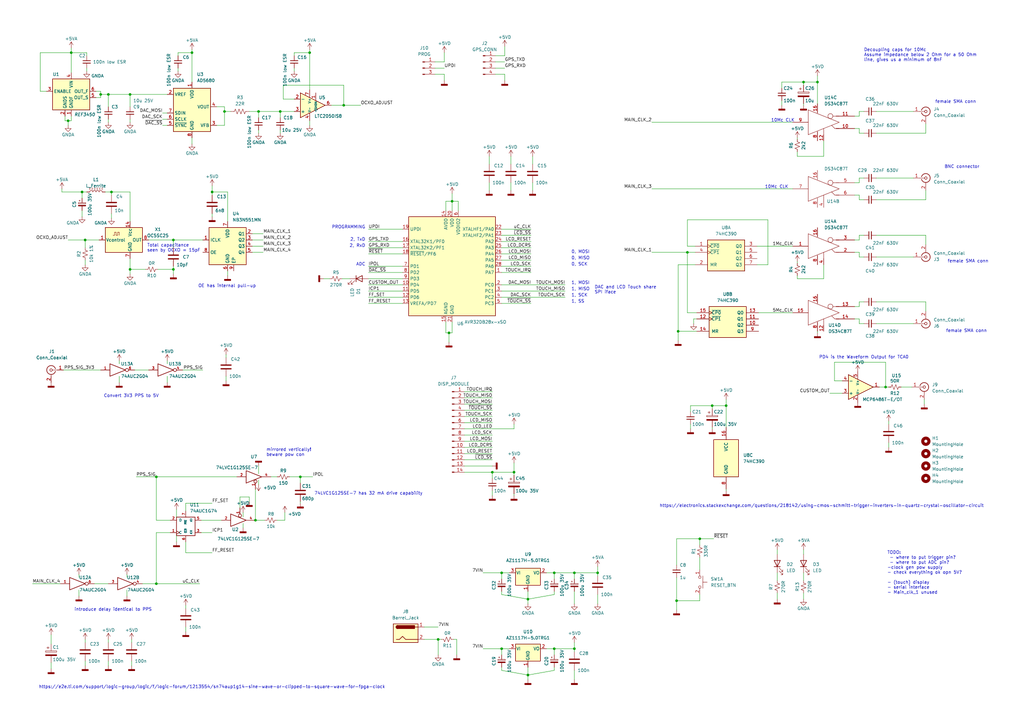
<source format=kicad_sch>
(kicad_sch (version 20211123) (generator eeschema)
  (paper "A3")
  (junction (at 179.705 262.255))
  (junction (at 245.11 234.95))
  (junction (at 140.97 43.18))
  (junction (at 64.135 239.395))
  (junction (at 235.585 234.95))
  (junction (at 53.34 110.49))
  (junction (at 235.585 266.065))
  (junction (at 114.935 45.72))
  (junction (at 53.34 38.735))
  (junction (at 71.12 110.49))
  (junction (at 185.42 82.55))
  (junction (at 127 21.59))
  (junction (at 329.565 33.655))
  (junction (at 216.535 245.745))
  (junction (at 287.02 220.98))
  (junction (at 281.94 103.505))
  (junction (at 292.1 166.37))
  (junction (at 64.135 195.58))
  (junction (at 363.22 158.75))
  (junction (at 27.94 49.53))
  (junction (at 92.075 45.72))
  (junction (at 123.19 195.58))
  (junction (at 277.495 246.38))
  (junction (at 78.74 21.59))
  (junction (at 297.815 166.37))
  (junction (at 210.82 193.675))
  (junction (at 205.74 266.065))
  (junction (at 44.45 38.735))
  (junction (at 227.33 266.065))
  (junction (at 45.72 78.74))
  (junction (at 205.74 234.95))
  (junction (at 104.775 213.36))
  (junction (at 227.33 234.95))
  (junction (at 335.28 33.655))
  (junction (at 41.275 38.735))
  (junction (at 201.93 193.675))
  (junction (at 278.13 135.89))
  (junction (at 33.655 78.74))
  (junction (at 29.21 21.59))
  (junction (at 86.995 78.74))
  (junction (at 184.15 136.525))
  (junction (at 71.12 98.425))
  (junction (at 216.535 276.86))
  (junction (at 106.045 45.72))
  (junction (at 34.925 98.425))
  (wire (pts (xy 205.74 116.84) (xy 231.775 116.84)))
  (wire (pts (xy 104.775 200.66) (xy 104.775 213.36)))
  (wire (pts (xy 277.495 246.38) (xy 287.02 246.38)))
  (wire (pts (xy 359.41 105.41) (xy 374.65 105.41)))
  (wire (pts (xy 216.535 245.745) (xy 227.33 243.84)))
  (wire (pts (xy 350.52 125.73) (xy 352.425 125.73)))
  (wire (pts (xy 73.025 27.94) (xy 73.025 29.21)))
  (wire (pts (xy 178.435 30.48) (xy 182.245 30.48)))
  (wire (pts (xy 48.895 154.305) (xy 48.895 156.845)))
  (wire (pts (xy 55.245 151.765) (xy 60.96 151.765)))
  (wire (pts (xy 114.935 53.34) (xy 114.935 54.61)))
  (wire (pts (xy 78.74 56.515) (xy 78.74 59.055)))
  (wire (pts (xy 190.5 170.815) (xy 201.93 170.815)))
  (wire (pts (xy 352.425 130.81) (xy 352.425 132.715)))
  (wire (pts (xy 360.68 158.75) (xy 363.22 158.75)))
  (wire (pts (xy 106.045 45.72) (xy 114.935 45.72)))
  (wire (pts (xy 190.5 180.975) (xy 201.93 180.975)))
  (wire (pts (xy 205.74 234.95) (xy 205.74 237.49)))
  (wire (pts (xy 116.205 34.925) (xy 116.205 40.64)))
  (wire (pts (xy 190.5 183.515) (xy 201.93 183.515)))
  (wire (pts (xy 329.565 34.925) (xy 329.565 33.655)))
  (wire (pts (xy 363.22 158.75) (xy 364.49 158.75)))
  (wire (pts (xy 278.13 135.89) (xy 278.13 139.7)))
  (wire (pts (xy 120.65 21.59) (xy 120.65 22.86)))
  (wire (pts (xy 379.73 96.52) (xy 379.73 100.33)))
  (wire (pts (xy 165.1 109.22) (xy 151.13 109.22)))
  (wire (pts (xy 53.34 106.045) (xy 53.34 110.49)))
  (wire (pts (xy 106.045 196.85) (xy 106.045 198.755)))
  (wire (pts (xy 224.155 234.95) (xy 227.33 234.95)))
  (wire (pts (xy 205.74 242.57) (xy 205.74 243.84)))
  (wire (pts (xy 198.12 266.065) (xy 205.74 266.065)))
  (wire (pts (xy 267.335 103.505) (xy 281.94 103.505)))
  (wire (pts (xy 151.13 124.46) (xy 165.1 124.46)))
  (wire (pts (xy 329.565 42.545) (xy 329.565 43.18)))
  (wire (pts (xy 88.9 51.435) (xy 92.075 51.435)))
  (wire (pts (xy 227.33 234.95) (xy 235.585 234.95)))
  (wire (pts (xy 235.585 266.065) (xy 235.585 267.335)))
  (wire (pts (xy 227.33 234.95) (xy 227.33 237.49)))
  (wire (pts (xy 327.025 64.135) (xy 337.82 64.135)))
  (wire (pts (xy 64.135 213.36) (xy 69.85 213.36)))
  (wire (pts (xy 310.515 108.585) (xy 314.96 108.585)))
  (wire (pts (xy 98.425 208.28) (xy 98.425 203.835)))
  (wire (pts (xy 103.505 95.885) (xy 107.95 95.885)))
  (wire (pts (xy 123.19 205.74) (xy 123.19 206.375)))
  (wire (pts (xy 29.21 21.59) (xy 35.56 21.59)))
  (wire (pts (xy 281.94 103.505) (xy 285.115 103.505)))
  (wire (pts (xy 99.695 214.63) (xy 99.695 216.535)))
  (wire (pts (xy 68.58 154.305) (xy 68.58 156.845)))
  (wire (pts (xy 33.655 78.74) (xy 33.655 81.28)))
  (wire (pts (xy 320.675 41.275) (xy 320.675 43.18)))
  (wire (pts (xy 27.94 98.425) (xy 34.925 98.425)))
  (wire (pts (xy 140.97 43.18) (xy 147.955 43.18)))
  (wire (pts (xy 29.21 19.685) (xy 29.21 21.59)))
  (wire (pts (xy 379.73 123.825) (xy 379.73 127.635)))
  (wire (pts (xy 25.4 77.47) (xy 25.4 78.74)))
  (wire (pts (xy 350.52 74.93) (xy 352.425 74.93)))
  (wire (pts (xy 359.41 73.025) (xy 374.65 73.025)))
  (wire (pts (xy 32.385 235.585) (xy 32.385 236.855)))
  (wire (pts (xy 186.055 262.255) (xy 187.325 262.255)))
  (wire (pts (xy 182.88 132.08) (xy 182.88 136.525)))
  (wire (pts (xy 71.12 109.22) (xy 71.12 110.49)))
  (wire (pts (xy 278.13 108.585) (xy 285.115 108.585)))
  (wire (pts (xy 53.975 262.255) (xy 53.975 263.525)))
  (wire (pts (xy 99.695 210.185) (xy 99.695 212.09)))
  (wire (pts (xy 379.73 54.61) (xy 379.73 50.8)))
  (wire (pts (xy 92.075 43.815) (xy 88.9 43.815)))
  (wire (pts (xy 53.34 110.49) (xy 53.34 112.395)))
  (wire (pts (xy 205.74 104.14) (xy 217.805 104.14)))
  (wire (pts (xy 277.495 220.98) (xy 287.02 220.98)))
  (wire (pts (xy 352.425 98.425) (xy 352.425 96.52)))
  (wire (pts (xy 205.74 243.84) (xy 216.535 245.745)))
  (wire (pts (xy 277.495 231.775) (xy 277.495 220.98)))
  (wire (pts (xy 210.82 189.865) (xy 210.82 193.675)))
  (wire (pts (xy 179.705 262.255) (xy 180.975 262.255)))
  (wire (pts (xy 277.495 246.38) (xy 277.495 250.19)))
  (wire (pts (xy 227.33 242.57) (xy 227.33 243.84)))
  (wire (pts (xy 342.265 148.59) (xy 363.22 148.59)))
  (wire (pts (xy 205.74 101.6) (xy 217.805 101.6)))
  (wire (pts (xy 39.37 40.005) (xy 41.275 40.005)))
  (wire (pts (xy 182.245 25.4) (xy 182.245 21.59)))
  (wire (pts (xy 33.655 86.36) (xy 33.655 88.9)))
  (wire (pts (xy 16.51 37.465) (xy 16.51 21.59)))
  (wire (pts (xy 327.025 113.03) (xy 327.025 114.3)))
  (wire (pts (xy 235.585 234.95) (xy 235.585 237.49)))
  (wire (pts (xy 34.925 98.425) (xy 40.64 98.425)))
  (wire (pts (xy 44.45 262.255) (xy 44.45 263.525)))
  (wire (pts (xy 68.58 147.955) (xy 68.58 149.225)))
  (wire (pts (xy 329.565 33.655) (xy 335.28 33.655)))
  (wire (pts (xy 41.275 37.465) (xy 41.275 38.735)))
  (wire (pts (xy 201.93 193.675) (xy 210.82 193.675)))
  (wire (pts (xy 66.675 46.355) (xy 68.58 46.355)))
  (wire (pts (xy 64.77 110.49) (xy 71.12 110.49)))
  (wire (pts (xy 350.52 98.425) (xy 352.425 98.425)))
  (wire (pts (xy 318.77 234.95) (xy 318.77 238.125)))
  (wire (pts (xy 190.5 191.135) (xy 201.93 191.135)))
  (wire (pts (xy 190.5 163.195) (xy 201.93 163.195)))
  (wire (pts (xy 182.88 136.525) (xy 184.15 136.525)))
  (wire (pts (xy 33.655 78.74) (xy 35.56 78.74)))
  (wire (pts (xy 187.96 82.55) (xy 185.42 82.55)))
  (wire (pts (xy 118.745 195.58) (xy 123.19 195.58)))
  (wire (pts (xy 135.89 43.18) (xy 140.97 43.18)))
  (wire (pts (xy 35.56 27.94) (xy 35.56 29.21)))
  (wire (pts (xy 182.245 30.48) (xy 182.245 33.02)))
  (wire (pts (xy 92.075 45.72) (xy 92.075 43.815)))
  (wire (pts (xy 364.49 181.61) (xy 364.49 183.515)))
  (wire (pts (xy 45.72 78.74) (xy 53.34 78.74)))
  (wire (pts (xy 53.34 48.895) (xy 53.34 50.165)))
  (wire (pts (xy 297.815 166.37) (xy 297.815 175.26)))
  (wire (pts (xy 359.41 54.61) (xy 379.73 54.61)))
  (wire (pts (xy 281.94 90.17) (xy 281.94 100.965)))
  (wire (pts (xy 205.74 121.92) (xy 231.775 121.92)))
  (wire (pts (xy 116.84 210.185) (xy 116.84 213.36)))
  (wire (pts (xy 74.93 151.765) (xy 83.185 151.765)))
  (wire (pts (xy 203.2 30.48) (xy 207.01 30.48)))
  (wire (pts (xy 106.045 191.135) (xy 106.045 194.31)))
  (wire (pts (xy 190.5 160.655) (xy 201.93 160.655)))
  (wire (pts (xy 363.22 148.59) (xy 363.22 158.75)))
  (wire (pts (xy 165.1 119.38) (xy 151.13 119.38)))
  (wire (pts (xy 187.96 82.55) (xy 187.96 86.36)))
  (wire (pts (xy 245.11 243.84) (xy 245.11 247.65)))
  (wire (pts (xy 235.585 263.525) (xy 235.585 266.065)))
  (wire (pts (xy 209.55 74.93) (xy 209.55 78.105)))
  (wire (pts (xy 93.345 111.125) (xy 93.345 113.03)))
  (wire (pts (xy 58.42 239.395) (xy 64.135 239.395)))
  (wire (pts (xy 297.815 166.37) (xy 297.815 163.83)))
  (wire (pts (xy 66.675 51.435) (xy 68.58 51.435)))
  (wire (pts (xy 285.75 130.81) (xy 284.48 130.81)))
  (wire (pts (xy 35.56 22.86) (xy 35.56 21.59)))
  (wire (pts (xy 369.57 158.75) (xy 374.015 158.75)))
  (wire (pts (xy 329.565 243.205) (xy 329.565 245.745)))
  (wire (pts (xy 32.385 241.935) (xy 32.385 244.475)))
  (wire (pts (xy 352.425 132.715) (xy 354.33 132.715)))
  (wire (pts (xy 287.02 220.98) (xy 292.735 220.98)))
  (wire (pts (xy 178.435 27.94) (xy 182.245 27.94)))
  (wire (pts (xy 292.1 175.26) (xy 292.1 175.895)))
  (wire (pts (xy 297.815 200.66) (xy 297.815 201.295)))
  (wire (pts (xy 200.66 64.135) (xy 200.66 67.31)))
  (wire (pts (xy 178.435 25.4) (xy 182.245 25.4)))
  (wire (pts (xy 92.075 51.435) (xy 92.075 45.72)))
  (wire (pts (xy 151.13 111.76) (xy 165.1 111.76)))
  (wire (pts (xy 25.4 78.74) (xy 33.655 78.74)))
  (wire (pts (xy 86.995 78.74) (xy 93.345 78.74)))
  (wire (pts (xy 190.5 178.435) (xy 201.93 178.435)))
  (wire (pts (xy 201.93 193.675) (xy 201.93 196.215)))
  (wire (pts (xy 245.11 234.95) (xy 245.11 236.22)))
  (wire (pts (xy 350.52 80.01) (xy 352.425 80.01)))
  (wire (pts (xy 352.425 103.505) (xy 352.425 105.41)))
  (wire (pts (xy 352.425 81.915) (xy 354.33 81.915)))
  (wire (pts (xy 29.21 21.59) (xy 29.21 29.845)))
  (wire (pts (xy 235.585 242.57) (xy 235.585 247.65)))
  (wire (pts (xy 86.995 76.2) (xy 86.995 78.74)))
  (wire (pts (xy 205.74 111.76) (xy 217.805 111.76)))
  (wire (pts (xy 359.41 45.72) (xy 374.65 45.72)))
  (wire (pts (xy 267.335 77.47) (xy 325.12 77.47)))
  (wire (pts (xy 314.96 108.585) (xy 314.96 90.17)))
  (wire (pts (xy 78.74 20.32) (xy 78.74 21.59)))
  (wire (pts (xy 190.5 186.055) (xy 201.93 186.055)))
  (wire (pts (xy 216.535 245.745) (xy 216.535 242.57)))
  (wire (pts (xy 203.2 25.4) (xy 207.01 25.4)))
  (wire (pts (xy 182.88 82.55) (xy 185.42 82.55)))
  (wire (pts (xy 190.5 175.895) (xy 210.82 175.895)))
  (wire (pts (xy 127 49.53) (xy 127 51.435)))
  (wire (pts (xy 235.585 274.955) (xy 235.585 278.765)))
  (wire (pts (xy 190.5 188.595) (xy 201.93 188.595)))
  (wire (pts (xy 287.02 243.84) (xy 287.02 246.38)))
  (wire (pts (xy 352.425 47.625) (xy 352.425 45.72)))
  (wire (pts (xy 359.41 96.52) (xy 379.73 96.52)))
  (wire (pts (xy 140.97 43.18) (xy 140.97 34.925)))
  (wire (pts (xy 359.41 123.825) (xy 379.73 123.825)))
  (wire (pts (xy 185.42 136.525) (xy 185.42 132.08)))
  (wire (pts (xy 352.425 45.72) (xy 354.33 45.72)))
  (wire (pts (xy 108.585 213.36) (xy 104.775 213.36)))
  (wire (pts (xy 182.88 82.55) (xy 182.88 86.36)))
  (wire (pts (xy 335.28 135.89) (xy 335.28 136.525)))
  (wire (pts (xy 71.12 98.425) (xy 83.185 98.425)))
  (wire (pts (xy 76.2 206.375) (xy 76.2 209.55)))
  (wire (pts (xy 165.1 99.06) (xy 151.13 99.06)))
  (wire (pts (xy 216.535 276.86) (xy 227.33 274.955)))
  (wire (pts (xy 103.505 100.965) (xy 107.95 100.965)))
  (wire (pts (xy 123.19 195.58) (xy 128.27 195.58)))
  (wire (pts (xy 53.34 78.74) (xy 53.34 90.805)))
  (wire (pts (xy 278.13 108.585) (xy 278.13 135.89)))
  (wire (pts (xy 329.565 225.425) (xy 329.565 227.33)))
  (wire (pts (xy 205.74 109.22) (xy 217.805 109.22)))
  (wire (pts (xy 184.15 140.335) (xy 184.15 136.525)))
  (wire (pts (xy 103.505 98.425) (xy 107.95 98.425)))
  (wire (pts (xy 102.235 45.72) (xy 106.045 45.72)))
  (wire (pts (xy 205.74 234.95) (xy 208.915 234.95)))
  (wire (pts (xy 327.025 62.23) (xy 327.025 64.135)))
  (wire (pts (xy 224.155 266.065) (xy 227.33 266.065)))
  (wire (pts (xy 205.74 273.685) (xy 205.74 274.955)))
  (wire (pts (xy 44.45 38.735) (xy 53.34 38.735)))
  (wire (pts (xy 64.135 218.44) (xy 64.135 239.395)))
  (wire (pts (xy 207.01 22.86) (xy 207.01 19.05)))
  (wire (pts (xy 352.425 80.01) (xy 352.425 81.915)))
  (wire (pts (xy 320.675 33.655) (xy 320.675 36.195)))
  (wire (pts (xy 76.2 206.375) (xy 86.995 206.375)))
  (wire (pts (xy 20.955 260.35) (xy 20.955 264.16)))
  (wire (pts (xy 20.955 271.78) (xy 20.955 274.32)))
  (wire (pts (xy 205.74 274.955) (xy 216.535 276.86)))
  (wire (pts (xy 205.74 106.68) (xy 217.805 106.68)))
  (wire (pts (xy 235.585 234.95) (xy 245.11 234.95)))
  (wire (pts (xy 76.2 226.695) (xy 86.995 226.695)))
  (wire (pts (xy 76.2 257.175) (xy 76.2 259.08)))
  (wire (pts (xy 318.77 243.205) (xy 318.77 245.745)))
  (wire (pts (xy 200.66 74.93) (xy 200.66 78.105)))
  (wire (pts (xy 66.675 48.895) (xy 68.58 48.895)))
  (wire (pts (xy 120.65 21.59) (xy 127 21.59)))
  (wire (pts (xy 350.52 103.505) (xy 352.425 103.505)))
  (wire (pts (xy 173.99 257.175) (xy 179.705 257.175)))
  (wire (pts (xy 350.52 47.625) (xy 352.425 47.625)))
  (wire (pts (xy 92.075 45.72) (xy 94.615 45.72)))
  (wire (pts (xy 60.96 98.425) (xy 71.12 98.425)))
  (wire (pts (xy 82.55 218.44) (xy 86.995 218.44)))
  (wire (pts (xy 352.425 123.825) (xy 354.33 123.825)))
  (wire (pts (xy 359.41 132.715) (xy 374.65 132.715)))
  (wire (pts (xy 281.94 100.965) (xy 285.115 100.965)))
  (wire (pts (xy 102.235 203.835) (xy 102.235 205.74)))
  (wire (pts (xy 201.93 201.295) (xy 201.93 203.2)))
  (wire (pts (xy 227.33 266.065) (xy 235.585 266.065)))
  (wire (pts (xy 93.345 78.74) (xy 93.345 90.805)))
  (wire (pts (xy 64.135 239.395) (xy 81.915 239.395)))
  (wire (pts (xy 45.72 78.74) (xy 45.72 80.01)))
  (wire (pts (xy 320.675 33.655) (xy 329.565 33.655)))
  (wire (pts (xy 287.02 228.6) (xy 287.02 233.68)))
  (wire (pts (xy 292.1 167.64) (xy 292.1 166.37)))
  (wire (pts (xy 43.18 78.74) (xy 45.72 78.74)))
  (wire (pts (xy 151.13 114.3) (xy 165.1 114.3)))
  (wire (pts (xy 34.925 98.425) (xy 34.925 101.6)))
  (wire (pts (xy 86.995 87.63) (xy 86.995 88.9)))
  (wire (pts (xy 45.72 87.63) (xy 45.72 89.535)))
  (wire (pts (xy 198.12 234.95) (xy 205.74 234.95)))
  (wire (pts (xy 352.425 73.025) (xy 354.33 73.025)))
  (wire (pts (xy 379.73 81.915) (xy 379.73 78.105)))
  (wire (pts (xy 98.425 203.835) (xy 102.235 203.835)))
  (wire (pts (xy 26.67 49.53) (xy 27.94 49.53)))
  (wire (pts (xy 53.34 38.735) (xy 68.58 38.735)))
  (wire (pts (xy 185.42 82.55) (xy 185.42 86.36)))
  (wire (pts (xy 350.52 52.705) (xy 352.425 52.705)))
  (wire (pts (xy 352.425 105.41) (xy 354.33 105.41)))
  (wire (pts (xy 76.2 222.25) (xy 76.2 226.695)))
  (wire (pts (xy 216.535 276.86) (xy 216.535 273.685)))
  (wire (pts (xy 44.45 271.145) (xy 44.45 273.05)))
  (wire (pts (xy 352.425 74.93) (xy 352.425 73.025)))
  (wire (pts (xy 359.41 81.915) (xy 379.73 81.915)))
  (wire (pts (xy 26.035 151.765) (xy 41.275 151.765)))
  (wire (pts (xy 64.135 195.58) (xy 64.135 213.36)))
  (wire (pts (xy 52.07 241.935) (xy 52.07 244.475)))
  (wire (pts (xy 337.82 114.3) (xy 337.82 108.585)))
  (wire (pts (xy 342.265 156.21) (xy 342.265 148.59)))
  (wire (pts (xy 364.49 172.72) (xy 364.49 173.99)))
  (wire (pts (xy 281.94 103.505) (xy 281.94 128.27)))
  (wire (pts (xy 352.425 54.61) (xy 354.33 54.61)))
  (wire (pts (xy 190.5 168.275) (xy 201.93 168.275)))
  (wire (pts (xy 53.975 271.145) (xy 53.975 273.05)))
  (wire (pts (xy 352.425 96.52) (xy 354.33 96.52)))
  (wire (pts (xy 29.21 49.53) (xy 29.21 47.625)))
  (wire (pts (xy 140.97 34.925) (xy 116.205 34.925)))
  (wire (pts (xy 283.21 166.37) (xy 283.21 168.91)))
  (wire (pts (xy 187.325 262.255) (xy 187.325 268.605)))
  (wire (pts (xy 283.21 166.37) (xy 292.1 166.37)))
  (wire (pts (xy 73.025 21.59) (xy 73.025 22.86)))
  (wire (pts (xy 143.51 114.3) (xy 140.335 114.3)))
  (wire (pts (xy 53.34 38.735) (xy 53.34 43.815)))
  (wire (pts (xy 44.45 48.895) (xy 44.45 50.165)))
  (wire (pts (xy 19.05 37.465) (xy 16.51 37.465)))
  (wire (pts (xy 123.19 195.58) (xy 123.19 198.12)))
  (wire (pts (xy 151.13 104.14) (xy 165.1 104.14)))
  (wire (pts (xy 151.13 93.98) (xy 165.1 93.98)))
  (wire (pts (xy 277.495 236.855) (xy 277.495 246.38)))
  (wire (pts (xy 207.01 30.48) (xy 207.01 33.02)))
  (wire (pts (xy 114.935 45.72) (xy 120.65 45.72)))
  (wire (pts (xy 53.34 110.49) (xy 59.69 110.49)))
  (wire (pts (xy 283.21 173.99) (xy 283.21 175.895)))
  (wire (pts (xy 127 20.32) (xy 127 21.59)))
  (wire (pts (xy 340.36 161.29) (xy 345.44 161.29)))
  (wire (pts (xy 92.71 145.415) (xy 92.71 146.685)))
  (wire (pts (xy 345.44 156.21) (xy 342.265 156.21)))
  (wire (pts (xy 72.39 208.915) (xy 72.39 212.09)))
  (wire (pts (xy 55.88 195.58) (xy 64.135 195.58)))
  (wire (pts (xy 52.07 235.585) (xy 52.07 236.855)))
  (wire (pts (xy 92.71 154.305) (xy 92.71 156.21)))
  (wire (pts (xy 205.74 266.065) (xy 205.74 268.605)))
  (wire (pts (xy 48.895 147.955) (xy 48.895 149.225)))
  (wire (pts (xy 216.535 245.745) (xy 216.535 247.65)))
  (wire (pts (xy 227.33 273.685) (xy 227.33 274.955)))
  (wire (pts (xy 114.935 45.72) (xy 114.935 48.26)))
  (wire (pts (xy 327.025 107.315) (xy 327.025 107.95)))
  (wire (pts (xy 127 21.59) (xy 127 36.83)))
  (wire (pts (xy 86.995 78.74) (xy 86.995 80.01)))
  (wire (pts (xy 151.13 116.84) (xy 165.1 116.84)))
  (wire (pts (xy 82.55 213.36) (xy 90.805 213.36)))
  (wire (pts (xy 64.135 195.58) (xy 97.155 195.58)))
  (wire (pts (xy 284.48 130.81) (xy 284.48 132.715)))
  (wire (pts (xy 106.045 53.34) (xy 106.045 54.61)))
  (wire (pts (xy 116.205 40.64) (xy 120.65 40.64)))
  (wire (pts (xy 314.96 90.17) (xy 281.94 90.17)))
  (wire (pts (xy 205.74 119.38) (xy 231.775 119.38)))
  (wire (pts (xy 205.74 99.06) (xy 217.805 99.06)))
  (wire (pts (xy 38.735 239.395) (xy 44.45 239.395)))
  (wire (pts (xy 318.77 225.425) (xy 318.77 227.33)))
  (wire (pts (xy 116.84 213.36) (xy 113.665 213.36)))
  (wire (pts (xy 216.535 276.86) (xy 216.535 278.765)))
  (wire (pts (xy 210.82 202.565) (xy 210.82 203.2)))
  (wire (pts (xy 210.82 194.945) (xy 210.82 193.675)))
  (wire (pts (xy 184.15 136.525) (xy 185.42 136.525)))
  (wire (pts (xy 203.2 22.86) (xy 207.01 22.86)))
  (wire (pts (xy 281.94 128.27) (xy 285.75 128.27)))
  (wire (pts (xy 311.15 128.27) (xy 325.12 128.27)))
  (wire (pts (xy 120.65 27.94) (xy 120.65 29.21)))
  (wire (pts (xy 135.255 114.3) (xy 132.715 114.3)))
  (wire (pts (xy 329.565 234.95) (xy 329.565 238.125)))
  (wire (pts (xy 78.74 21.59) (xy 78.74 33.655)))
  (wire (pts (xy 39.37 37.465) (xy 41.275 37.465)))
  (wire (pts (xy 245.11 232.41) (xy 245.11 234.95)))
  (wire (pts (xy 34.925 106.68) (xy 34.925 108.585)))
  (wire (pts (xy 227.33 266.065) (xy 227.33 268.605)))
  (wire (pts (xy 34.925 271.145) (xy 34.925 273.05)))
  (wire (pts (xy 71.12 98.425) (xy 71.12 101.6)))
  (wire (pts (xy 103.505 103.505) (xy 107.95 103.505)))
  (wire (pts (xy 73.025 21.59) (xy 78.74 21.59)))
  (wire (pts (xy 209.55 64.135) (xy 209.55 67.31)))
  (wire (pts (xy 267.335 50.165) (xy 325.12 50.165)))
  (wire (pts (xy 190.5 173.355) (xy 201.93 173.355)))
  (wire (pts (xy 203.2 27.94) (xy 207.01 27.94)))
  (wire (pts (xy 190.5 193.675) (xy 201.93 193.675)))
  (wire (pts (xy 210.82 173.99) (xy 210.82 175.895)))
  (wire (pts (xy 292.1 166.37) (xy 297.815 166.37)))
  (wire (pts (xy 218.44 74.93) (xy 218.44 78.105)))
  (wire (pts (xy 310.515 100.965) (xy 325.12 100.965)))
  (wire (pts (xy 41.275 38.735) (xy 44.45 38.735)))
  (wire (pts (xy 44.45 38.735) (xy 44.45 43.815)))
  (wire (pts (xy 41.275 38.735) (xy 41.275 40.005)))
  (wire (pts (xy 335.28 33.655) (xy 335.28 31.115)))
  (wire (pts (xy 337.82 57.785) (xy 337.82 64.135)))
  (wire (pts (xy 76.2 248.285) (xy 76.2 249.555)))
  (wire (pts (xy 327.025 114.3) (xy 337.82 114.3)))
  (wire (pts (xy 205.74 93.98) (xy 217.805 93.98)))
  (wire (pts (xy 34.925 262.255) (xy 34.925 263.525)))
  (wire (pts (xy 13.335 239.395) (xy 24.765 239.395)))
  (wire (pts (xy 151.13 121.92) (xy 165.1 121.92)))
  (wire (pts (xy 352.425 52.705) (xy 352.425 54.61)))
  (wire (pts (xy 72.39 219.71) (xy 72.39 222.25)))
  (wire (pts (xy 106.045 45.72) (xy 106.045 48.26)))
  (wire (pts (xy 327.025 56.515) (xy 327.025 57.15)))
  (wire (pts (xy 111.125 195.58) (xy 113.665 195.58)))
  (wire (pts (xy 352.425 125.73) (xy 352.425 123.825)))
  (wire (pts (xy 205.74 124.46) (xy 217.805 124.46)))
  (wire (pts (xy 218.44 64.135) (xy 218.44 67.31)))
  (wire (pts (xy 27.94 49.53) (xy 27.94 51.435)))
  (wire (pts (xy 27.94 49.53) (xy 29.21 49.53)))
  (wire (pts (xy 350.52 130.81) (xy 352.425 130.81)))
  (wire (pts (xy 205.74 266.065) (xy 208.915 266.065)))
  (wire (pts (xy 179.705 262.255) (xy 179.705 268.605)))
  (wire (pts (xy 287.02 220.98) (xy 287.02 223.52)))
  (wire (pts (xy 205.74 96.52) (xy 217.805 96.52)))
  (wire (pts (xy 26.67 47.625) (xy 26.67 49.53)))
  (wire (pts (xy 165.1 101.6) (xy 151.13 101.6)))
  (wire (pts (xy 185.42 79.375) (xy 185.42 82.55)))
  (wire (pts (xy 278.13 135.89) (xy 285.75 135.89)))
  (wire (pts (xy 190.5 165.735) (xy 201.93 165.735)))
  (wire (pts (xy 64.135 218.44) (xy 69.85 218.44)))
  (wire (pts (xy 16.51 21.59) (xy 29.21 21.59)))
  (wire (pts (xy 71.12 110.49) (xy 71.12 112.395)))
  (wire (pts (xy 335.28 33.655) (xy 335.28 42.545)))
  (wire (pts (xy 173.99 262.255) (xy 179.705 262.255)))
  (wire (pts (xy 379.095 163.83) (xy 379.095 165.735)))
  (text "10Mc CLK" (at 313.69 77.47 0) (effects (font (size 1.27 1.27)) (justify left bottom)))
  (text "Analog	100u 35V		VZL101M1VTR-0810		8 Diam 10 L  0.16 Ohm 600 mA\nDigital	100u 35V		VZL101M1VTR-0607		6.3 Diam 7.7 L 0.32 Ohm 290 mA\nDAC		10u  25V		KAM32LL81E106KU		1210\n\noutput coupling: 	1210CC223KAT2A" (at 440.055 175.895 0) (effects (font (size 1.27 1.27)) (justify left bottom)))
  (text "BNC connector\n" (at 387.35 69.215 0) (effects (font (size 1.27 1.27)) (justify left bottom)))
  (text "ADC" (at 146.05 109.22 0) (effects (font (size 1.27 1.27)) (justify left bottom)))
  (text "1, SS" (at 234.315 124.46 0) (effects (font (size 1.27 1.27)) (justify left bottom)))
  (text "1, MOSI" (at 234.315 116.84 0) (effects (font (size 1.27 1.27)) (justify left bottom)))
  (text "Decoupling caps for 10Mc\nAssume impedance below 2 Ohm for a 50 Ohm\nline, gives us a minimum of 8nF" (at 354.33 25.4 0) (effects (font (size 1.27 1.27)) (justify left bottom)))
  (text "0, MOSI" (at 234.315 104.14 0) (effects (font (size 1.27 1.27)) (justify left bottom)))
  (text "mirrored vertically!\nbeware pow con\n" (at 109.22 187.325 0) (effects (font (size 1.27 1.27)) (justify left bottom)))
  (text "DAC and LCD Touch share\nSPI iface" (at 243.84 120.65 0) (effects (font (size 1.27 1.27)) (justify left bottom)))
  (text "2, RxD" (at 149.86 101.6 180) (effects (font (size 1.27 1.27)) (justify right bottom)))
  (text "PROGRAMMING" (at 149.86 93.98 180) (effects (font (size 1.27 1.27)) (justify right bottom)))
  (text "10Mc CLK" (at 316.23 50.165 0) (effects (font (size 1.27 1.27)) (justify left bottom)))
  (text "0, SCK" (at 234.315 109.22 0) (effects (font (size 1.27 1.27)) (justify left bottom)))
  (text "PD4 is the Waveform Output for TCA0" (at 335.915 147.32 0) (effects (font (size 1.27 1.27)) (justify left bottom)))
  (text "female SMA conn" (at 387.985 136.525 0) (effects (font (size 1.27 1.27)) (justify left bottom)))
  (text "1, SCK" (at 234.315 121.92 0) (effects (font (size 1.27 1.27)) (justify left bottom)))
  (text "Total capacitance\nseen by OCXO = 15pF\n" (at 60.325 103.505 0) (effects (font (size 1.27 1.27)) (justify left bottom)))
  (text "introduce delay identical to PPS" (at 30.48 250.825 0) (effects (font (size 1.27 1.27)) (justify left bottom)))
  (text "0, MISO " (at 234.315 106.68 0) (effects (font (size 1.27 1.27)) (justify left bottom)))
  (text "1, MISO" (at 234.315 119.38 0) (effects (font (size 1.27 1.27)) (justify left bottom)))
  (text "OE has internal pull-up" (at 81.28 118.11 0) (effects (font (size 1.27 1.27)) (justify left bottom)))
  (text "https://electronics.stackexchange.com/questions/218142/using-cmos-schmitt-trigger-inverters-in-quartz-crystal-oscillator-circuit" (at 270.51 208.28 0) (effects (font (size 1.27 1.27)) (justify left bottom)))
  (text "https://e2e.ti.com/support/logic-group/logic/f/logic-forum/1213554/sn74aup1g14-sine-wave-or-clipped-to-square-wave-for-fpga-clock" (at 15.875 282.575 0) (effects (font (size 1.27 1.27)) (justify left bottom)))
  (text "TODO:\n - where to put trigger pin?\n - where to put ADC pin?\n-clock gen pow supply\n- check everything ok opn 5V?\n\n- (touch) display\n- serial interface\n- Main_clk_1 unused" (at 363.855 243.84 0) (effects (font (size 1.27 1.27)) (justify left bottom)))
  (text "https://ve2zaz.net/GPS_Std/Downloads/VE2ZAZ_GPS_Derived_Std_QEX_09_10_2006.pdf" (at 152.4 -3.81 0) (effects (font (size 1.27 1.27)) (justify left bottom)))
  (text "74LVC1G125SE-7 has 32 mA drive capability" (at 128.905 203.2 0) (effects (font (size 1.27 1.27)) (justify left bottom)))
  (text "2, TxD" (at 149.86 99.06 180) (effects (font (size 1.27 1.27)) (justify right bottom)))
  (text "female SMA conn" (at 388.62 107.95 0) (effects (font (size 1.27 1.27)) (justify left bottom)))
  (text "female SMA conn" (at 383.54 42.545 0) (effects (font (size 1.27 1.27)) (justify left bottom)))
  (text "Convert 3V3 PPS to 5V" (at 42.545 163.195 0) (effects (font (size 1.27 1.27)) (justify left bottom)))
  (label "MAIN_CLK_2" (at 107.95 98.425 0))
  (label "LCD_MOSI" (at 201.93 180.975 180))
  (label "ICP1" (at 86.995 218.44 0))
  (label "IPOL" (at 128.27 195.58 0))
  (label "LCD_DCRS" (at 201.93 183.515 180))
  (label "PPS_SIG_3V3" (at 38.735 151.765 180))
  (label "FF_RESET" (at 86.995 226.695 0))
  (label "LCD_MISO" (at 201.93 173.355 180))
  (label "LCD_RESET" (at 217.805 99.06 180))
  (label "MAIN_CLK_3" (at 107.95 100.965 0))
  (label "MAIN_CLK_3" (at 267.335 77.47 180))
  (label "GPS_TXD" (at 207.01 25.4 0))
  (label "MAIN_CLK_4" (at 107.95 103.505 0))
  (label "DAC_SCK" (at 66.675 48.895 180))
  (label "DAC_MOSI" (at 217.805 116.84 180))
  (label "TOUCH_MOSI" (at 201.93 165.735 180))
  (label "TOUCH_IRQ" (at 217.805 111.76 180))
  (label "~{TOUCH_SS}" (at 217.805 124.46 180))
  (label "UPDI" (at 151.13 93.98 0))
  (label "7VIN" (at 179.705 257.175 0))
  (label "LCD_LED" (at 201.93 175.895 180))
  (label "UPDI" (at 182.245 27.94 0))
  (label "~{LCD_SS}" (at 201.93 188.595 180))
  (label "FF_SET" (at 151.13 121.92 0))
  (label "GPS_TXD" (at 151.13 99.06 0))
  (label "~{DAC_SS}" (at 151.13 111.76 0))
  (label "TOUCH_MISO" (at 231.775 119.38 180))
  (label "PPS_SIG" (at 55.88 195.58 0))
  (label "CUSTOM_OUT" (at 340.36 161.29 180))
  (label "LCD_RESET" (at 201.93 186.055 180))
  (label "LCD_SCK" (at 201.93 178.435 180))
  (label "DAC_MOSI" (at 66.675 46.355 180))
  (label "TOUCH_SCK" (at 231.775 121.92 180))
  (label "TOUCH_SCK" (at 201.93 170.815 180))
  (label "7VIN" (at 198.12 266.065 180))
  (label "LCD_SCK" (at 217.805 109.22 180))
  (label "PPS_SIG" (at 83.185 151.765 180))
  (label "uC_CLK" (at 217.805 93.98 180))
  (label "~{RESET}" (at 151.13 104.14 0))
  (label "FF_SET" (at 86.995 206.375 0))
  (label "GPS_RXD" (at 207.01 27.94 0))
  (label "OCXO_ADJUST" (at 147.955 43.18 0))
  (label "LCD_MOSI" (at 217.805 104.14 180))
  (label "MAIN_CLK_4" (at 13.335 239.395 0))
  (label "ICP1" (at 151.13 119.38 0))
  (label "IPOL" (at 151.13 109.22 0))
  (label "5Mc_CLK" (at 316.865 128.27 0))
  (label "MAIN_CLK_1" (at 267.335 103.505 180))
  (label "TOUCH_MOSI" (at 231.775 116.84 180))
  (label "~{TOUCH_SS}" (at 201.93 168.275 180))
  (label "GPS_RXD" (at 151.13 101.6 0))
  (label "MAIN_CLK_1" (at 107.95 95.885 0))
  (label "TOUCH_MISO" (at 201.93 163.195 180))
  (label "LCD_DCRS" (at 217.805 101.6 180))
  (label "CUSTOM_OUT" (at 151.13 116.84 0))
  (label "OCXO_ADJUST" (at 27.94 98.425 180))
  (label "FF_RESET" (at 151.13 124.46 0))
  (label "~{RESET}" (at 292.735 220.98 0))
  (label "MAIN_CLK_2" (at 267.335 50.165 180))
  (label "~{LCD_SS}" (at 217.805 96.52 180))
  (label "TOUCH_IRQ" (at 201.93 160.655 180))
  (label "LCD_MISO" (at 217.805 106.68 180))
  (label "7VIN" (at 198.12 234.95 180))
  (label "~{DAC_SS}" (at 66.675 51.435 180))
  (label "uC_CLK" (at 81.915 239.395 180))
  (label "DAC_SCK" (at 217.805 121.92 180))
  (label "1Mc_CLK" (at 316.865 100.965 0))
  (symbol (lib_id "Device:C_Small") (at 106.045 50.8 0) (unit 1)
    (property "Reference" "C17" (at 107.315 48.26 0) (effects (justify left)))
    (property "Value" "100n low ESR" (at 102.235 60.96 90) (effects (justify left)))
    (property "Footprint" "Capacitor_SMD:C_0805_2012Metric_Pad1.18x1.45mm_HandSolder" (effects hide))
  )
  (symbol (lib_id "power:+5VD") (at 210.82 189.865 0) (unit 1)
    (property "Reference" "#PWR019" (effects hide))
    (property "Value" "+5VD" (at 210.82 186.055 0))
  )
  (symbol (lib_id "power:+5VA") (at 329.565 225.425 0) (unit 1)
    (property "Reference" "#PWR0154" (effects hide))
    (property "Value" "+5VA" (at 329.565 221.615 0))
  )
  (symbol (lib_id "power:GND") (at 284.48 132.715 0) (unit 1)
    (property "Reference" "#PWR0180" (effects hide))
    (property "Value" "GND" (effects hide))
  )
  (symbol (lib_id "Device:R_US") (at 98.425 45.72 90) (unit 1)
    (property "Reference" "R3" (at 98.425 40.005 90))
    (property "Value" "22R" (at 98.425 42.545 90))
    (property "Footprint" "Resistor_SMD:R_0805_2012Metric_Pad1.20x1.40mm_HandSolder" (effects hide))
  )
  (symbol (lib_id "power:+5VD") (at 106.045 198.755 180) (unit 1)
    (property "Reference" "#PWR0123" (effects hide))
    (property "Value" "+5VD" (at 107.95 200.0249 0) (effects (justify right)))
  )
  (symbol (lib_id "power:+5VD") (at 32.385 235.585 0) (unit 1)
    (property "Reference" "#PWR09" (effects hide))
    (property "Value" "+5VD" (at 32.385 231.775 0))
  )
  (symbol (lib_id "power:GNDA") (at 114.935 54.61 0) (unit 1)
    (property "Reference" "#PWR0152" (effects hide))
    (property "Value" "GNDA" (at 114.935 58.42 0))
  )
  (symbol (lib_id "74xGxx:74AUC2G04") (at 32.385 239.395 0) (unit 1)
    (property "Reference" "U12" (at 34.925 236.855 0))
    (property "Value" "74AUC2G04" (at 38.1 241.935 0))
    (property "Footprint" "Package_SO:TSOP-6_1.65x3.05mm_P0.95mm" (effects hide))
    (property "Datasheet" "http://www.ti.com/lit/sg/scyt129e/scyt129e.pdf" (effects hide))
  )
  (symbol (lib_id "power:GNDD") (at 277.495 250.19 0) (unit 1)
    (property "Reference" "#PWR0109" (effects hide))
    (property "Value" "GNDD" (effects hide))
  )
  (symbol (lib_id "Device:C_Small") (at 35.56 25.4 0) (unit 1)
    (property "Reference" "C2" (at 32.385 22.86 0) (effects (justify left)))
    (property "Value" "100n low ESR" (at 38.1 25.4 0) (effects (justify left)))
    (property "Footprint" "Capacitor_SMD:C_0805_2012Metric_Pad1.18x1.45mm_HandSolder" (effects hide))
  )
  (symbol (lib_id "Device:C_Polarized") (at 329.565 38.735 0) (unit 1)
    (property "Reference" "C26" (at 330.2 36.195 0) (effects (justify left)))
    (property "Value" "10u" (at 330.2 41.275 0) (effects (justify left)))
    (property "Footprint" "Capacitor_SMD:C_Elec_4x5.4" (effects hide))
  )
  (symbol (lib_id "Device:C_Small") (at 356.87 73.025 90) (unit 1)
    (property "Reference" "C29" (at 353.695 69.85 90))
    (property "Value" "22nF 630V" (at 363.22 69.85 90))
    (property "Footprint" "Capacitor_SMD:C_0805_2012Metric_Pad1.18x1.45mm_HandSolder" (effects hide))
  )
  (symbol (lib_id "power:GNDD") (at 364.49 183.515 0) (unit 1)
    (property "Reference" "#PWR0160" (effects hide))
    (property "Value" "GNDD" (effects hide))
  )
  (symbol (lib_id "74xGxx:74AUC1G74") (at 76.2 215.9 0) (unit 1)
    (property "Reference" "U11" (at 77.8701 207.01 0) (effects (justify left)))
    (property "Value" "74AUC1G74" (at 77.8701 209.55 0) (effects (justify left)))
    (property "Footprint" "Package_SO:VSSOP-8_2.3x2mm_P0.5mm" (effects hide))
    (property "Datasheet" "http://www.ti.com/lit/sg/scyt129e/scyt129e.pdf" (effects hide))
  )
  (symbol (lib_id "power:GNDD") (at 318.77 245.745 0) (unit 1)
    (property "Reference" "#PWR015" (effects hide))
    (property "Value" "GNDD" (effects hide))
  )
  (symbol (lib_id "power:GNDD") (at 209.55 78.105 0) (unit 1)
    (property "Reference" "#PWR0102" (effects hide))
    (property "Value" "GNDD" (effects hide))
  )
  (symbol (lib_id "power:GNDD") (at 93.345 113.03 0) (unit 1)
    (property "Reference" "#PWR0169" (effects hide))
    (property "Value" "GNDD" (effects hide))
  )
  (symbol (lib_id "power:GNDD") (at 48.895 156.845 0) (unit 1)
    (property "Reference" "#PWR02" (effects hide))
    (property "Value" "GNDD" (effects hide))
  )
  (symbol (lib_id "Device:R_Small_US") (at 183.515 262.255 90) (mirror x) (unit 1)
    (property "Reference" "R11" (at 183.515 264.795 90))
    (property "Value" "0R" (at 183.515 259.715 90))
    (property "Footprint" "Resistor_SMD:R_0805_2012Metric_Pad1.20x1.40mm_HandSolder" (effects hide))
  )
  (symbol (lib_id "Device:R_Small_US") (at 34.925 104.14 180) (unit 1)
    (property "Reference" "R2" (at 32.385 104.14 90))
    (property "Value" "10k 1%" (at 37.465 104.14 90))
    (property "Footprint" "Resistor_SMD:R_0805_2012Metric_Pad1.20x1.40mm_HandSolder" (effects hide))
  )
  (symbol (lib_id "power:GNDD") (at 76.2 259.08 0) (unit 1)
    (property "Reference" "#PWR08" (effects hide))
    (property "Value" "GNDD" (effects hide))
  )
  (symbol (lib_id "Device:C_Polarized_Small") (at 235.585 240.03 0) (unit 1)
    (property "Reference" "C34" (at 232.41 240.03 90))
    (property "Value" "100u 35V" (at 238.76 240.03 90))
    (property "Footprint" "Capacitor_SMD:CP_Elec_8x10" (effects hide))
  )
  (symbol (lib_id "power:+5VD") (at 48.895 147.955 0) (unit 1)
    (property "Reference" "#PWR01" (effects hide))
    (property "Value" "+5VD" (at 48.895 144.145 0))
  )
  (symbol (lib_id "power:+5VA") (at 127 20.32 0) (unit 1)
    (property "Reference" "#PWR0155" (effects hide))
    (property "Value" "+5VA" (at 127 16.51 0))
  )
  (symbol (lib_id "power:GNDD") (at 335.28 136.525 0) (unit 1)
    (property "Reference" "#PWR0197" (effects hide))
    (property "Value" "GNDD" (effects hide))
  )
  (symbol (lib_id "power:+5VD") (at 335.28 31.115 0) (unit 1)
    (property "Reference" "#PWR0184" (effects hide))
    (property "Value" "+5VD" (at 335.28 27.305 0))
  )
  (symbol (lib_id "Device:C_Small") (at 201.93 198.755 0) (unit 1)
    (property "Reference" "C44" (at 202.565 196.215 0) (effects (justify left)))
    (property "Value" "100n" (at 202.565 201.295 0) (effects (justify left)))
    (property "Footprint" "Capacitor_SMD:C_0805_2012Metric_Pad1.18x1.45mm_HandSolder" (effects hide))
  )
  (symbol (lib_id "74xGxx:74AUC1G125") (at 98.425 213.36 0) (unit 1)
    (property "Reference" "U2" (at 96.52 217.17 0))
    (property "Value" "74LVC1G125SE-7" (at 97.79 220.98 0))
    (property "Footprint" "Package_TO_SOT_SMD:SOT-353_SC-70-5" (effects hide))
    (property "Datasheet" "http://www.ti.com/lit/sg/scyt129e/scyt129e.pdf" (effects hide))
  )
  (symbol (lib_id "Interface_LineDriver:MC3487DX") (at 337.82 128.27 0) (unit 4)
    (property "Reference" "U14" (at 339.725 133.35 0) (effects (justify left)))
    (property "Value" "DS34C87T" (at 339.725 135.89 0) (effects (justify left)))
    (property "Footprint" "Package_SO:SOIC-16_3.9x9.9mm_P1.27mm" (effects hide))
    (property "Datasheet" "http://www.ti.com/lit/ds/symlink/mc3487.pdf" (effects hide))
  )
  (symbol (lib_id "Device:C") (at 92.71 150.495 180) (unit 1)
    (property "Reference" "C42" (at 94.615 147.32 0) (effects (justify right)))
    (property "Value" "100n" (at 93.98 154.305 0) (effects (justify right)))
    (property "Footprint" "Capacitor_SMD:C_0805_2012Metric_Pad1.18x1.45mm_HandSolder" (effects hide))
  )
  (symbol (lib_id "Device:C_Small") (at 356.87 45.72 90) (unit 1)
    (property "Reference" "C36" (at 356.87 40.64 90))
    (property "Value" "22nF 630V" (at 363.22 42.545 90))
    (property "Footprint" "Capacitor_SMD:C_0805_2012Metric_Pad1.18x1.45mm_HandSolder" (effects hide))
  )
  (symbol (lib_id "power:GNDD") (at 32.385 244.475 0) (unit 1)
    (property "Reference" "#PWR010" (effects hide))
    (property "Value" "GNDD" (effects hide))
  )
  (symbol (lib_id "power:GNDD") (at 187.325 268.605 0) (unit 1)
    (property "Reference" "#PWR0137" (effects hide))
    (property "Value" "GNDD" (effects hide))
  )
  (symbol (lib_id "power:+5VD") (at 76.2 248.285 0) (unit 1)
    (property "Reference" "#PWR07" (effects hide))
    (property "Value" "+5VD" (at 76.2 244.475 0))
  )
  (symbol (lib_id "power:GNDD") (at 201.93 203.2 0) (unit 1)
    (property "Reference" "#PWR018" (effects hide))
    (property "Value" "GNDD" (effects hide))
  )
  (symbol (lib_id "power:GNDD") (at 123.19 206.375 0) (unit 1)
    (property "Reference" "#PWR0124" (effects hide))
    (property "Value" "GNDD" (effects hide))
  )
  (symbol (lib_id "power:GNDA") (at 44.45 50.165 0) (unit 1)
    (property "Reference" "#PWR0148" (effects hide))
    (property "Value" "GNDA" (at 44.45 53.975 0))
  )
  (symbol (lib_id "power:+5VA") (at 25.4 77.47 0) (unit 1)
    (property "Reference" "#PWR0166" (effects hide))
    (property "Value" "+5VA" (at 25.4 73.66 0))
  )
  (symbol (lib_id "Interface:NB3N551MN") (at 93.345 100.965 0) (unit 1)
    (property "Reference" "U4" (at 95.3644 87.63 0) (effects (justify left)))
    (property "Value" "NB3N551MN" (at 95.3644 90.17 0) (effects (justify left)))
    (property "Footprint" "Package_DFN_QFN:DFN-8-1EP_2x2mm_P0.5mm_EP0.9x1.3mm" (effects hide))
    (property "Datasheet" "https://www.onsemi.com/pub/Collateral/NB3N551-D.PDF" (effects hide))
  )
  (symbol (lib_id "Connector:Conn_Coaxial") (at 379.73 45.72 0) (unit 1)
    (property "Reference" "J4" (at 382.905 44.7431 0) (effects (justify left)))
    (property "Value" "Conn_Coaxial" (at 382.905 47.2831 0) (effects (justify left)))
    (property "Footprint" "Connector_Coaxial:SMA_Amphenol_901-143_Horizontal" (effects hide))
    (property "Datasheet" " ~" (effects hide))
  )
  (symbol (lib_id "power:GNDA") (at 73.025 29.21 0) (unit 1)
    (property "Reference" "#PWR0179" (effects hide))
    (property "Value" "GNDA" (at 73.025 33.02 0))
  )
  (symbol (lib_id "74xGxx:74AUC2G04") (at 52.07 239.395 0) (unit 2)
    (property "Reference" "U12" (at 54.61 236.855 0))
    (property "Value" "74AUC2G04" (at 57.785 241.935 0))
    (property "Footprint" "Package_SO:TSOP-6_1.65x3.05mm_P0.95mm" (effects hide))
    (property "Datasheet" "http://www.ti.com/lit/sg/scyt129e/scyt129e.pdf" (effects hide))
  )
  (symbol (lib_id "Device:C") (at 218.44 71.12 180) (unit 1)
    (property "Reference" "C15" (at 220.345 67.945 0) (effects (justify right)))
    (property "Value" "100n" (at 219.71 74.93 0) (effects (justify right)))
    (property "Footprint" "Capacitor_SMD:C_0805_2012Metric_Pad1.18x1.45mm_HandSolder" (effects hide))
  )
  (symbol (lib_id "power:+5VA") (at 78.74 20.32 0) (unit 1)
    (property "Reference" "#PWR0151" (effects hide))
    (property "Value" "+5VA" (at 78.74 16.51 0))
  )
  (symbol (lib_id "74xGxx:74AUC1G125") (at 104.775 195.58 0) (mirror x) (unit 1)
    (property "Reference" "U7" (at 104.14 187.325 0))
    (property "Value" "74LVC1G125SE-7" (at 97.155 191.77 0))
    (property "Footprint" "Package_TO_SOT_SMD:SOT-353_SC-70-5" (effects hide))
    (property "Datasheet" "http://www.ti.com/lit/sg/scyt129e/scyt129e.pdf" (effects hide))
  )
  (symbol (lib_id "Device:C_Small") (at 73.025 25.4 0) (unit 1)
    (property "Reference" "C6" (at 74.93 23.495 0) (effects (justify left)))
    (property "Value" "100n low ESR" (at 69.215 35.56 90) (effects (justify left)))
    (property "Footprint" "Capacitor_SMD:C_0805_2012Metric_Pad1.18x1.45mm_HandSolder" (effects hide))
  )
  (symbol (lib_id "power:GNDD") (at 92.71 156.21 0) (unit 1)
    (property "Reference" "#PWR06" (effects hide))
    (property "Value" "GNDD" (effects hide))
  )
  (symbol (lib_id "Interface_LineDriver:MC3487DX") (at 337.82 77.47 0) (unit 2)
    (property "Reference" "U14" (at 339.09 82.55 0) (effects (justify left)))
    (property "Value" "DS34C87T" (at 338.0487 69.215 0) (effects (justify left)))
    (property "Footprint" "Package_SO:SOIC-16_3.9x9.9mm_P1.27mm" (effects hide))
    (property "Datasheet" "http://www.ti.com/lit/ds/symlink/mc3487.pdf" (effects hide))
  )
  (symbol (lib_id "Device:C_Small") (at 356.87 81.915 90) (unit 1)
    (property "Reference" "C30" (at 356.87 76.835 90))
    (property "Value" "22nF 630V" (at 363.22 78.74 90))
    (property "Footprint" "Capacitor_SMD:C_0805_2012Metric_Pad1.18x1.45mm_HandSolder" (effects hide))
  )
  (symbol (lib_id "Connector:Conn_01x04_Male") (at 198.12 25.4 0) (unit 1)
    (property "Reference" "J2" (at 198.755 17.78 0))
    (property "Value" "GPS_CONN" (at 198.755 20.32 0))
    (property "Footprint" "Connector_PinHeader_2.54mm:PinHeader_1x04_P2.54mm_Vertical" (effects hide))
  )
  (symbol (lib_id "Interface_LineDriver:MC3487DX") (at 337.82 50.165 0) (unit 3)
    (property "Reference" "U14" (at 338.0487 40.005 0) (effects (justify left)))
    (property "Value" "DS34C87T" (at 338.0487 42.545 0) (effects (justify left)))
    (property "Footprint" "Package_SO:SOIC-16_3.9x9.9mm_P1.27mm" (effects hide))
    (property "Datasheet" "http://www.ti.com/lit/ds/symlink/mc3487.pdf" (effects hide))
  )
  (symbol (lib_id "power:GNDD") (at 218.44 78.105 0) (unit 1)
    (property "Reference" "#PWR0108" (effects hide))
    (property "Value" "GNDD" (effects hide))
  )
  (symbol (lib_id "power:GNDA") (at 53.34 50.165 0) (unit 1)
    (property "Reference" "#PWR0176" (effects hide))
    (property "Value" "GNDA" (at 53.34 53.975 0))
  )
  (symbol (lib_id "power:GNDD") (at 106.045 191.135 180) (unit 1)
    (property "Reference" "#PWR0125" (effects hide))
    (property "Value" "GNDD" (effects hide))
  )
  (symbol (lib_id "power:+5VD") (at 218.44 64.135 0) (unit 1)
    (property "Reference" "#PWR0106" (effects hide))
    (property "Value" "+5VD" (at 218.44 60.325 0))
  )
  (symbol (lib_id "power:+5VD") (at 209.55 64.135 0) (unit 1)
    (property "Reference" "#PWR0107" (effects hide))
    (property "Value" "+5VD" (at 209.55 60.325 0))
  )
  (symbol (lib_id "power:+5VD") (at 72.39 208.915 0) (unit 1)
    (property "Reference" "#PWR0114" (effects hide))
    (property "Value" "+5VD" (at 72.39 205.105 0))
  )
  (symbol (lib_id "power:GNDD") (at 351.79 165.1 0) (unit 1)
    (property "Reference" "#PWR0128" (effects hide))
    (property "Value" "GNDD" (effects hide))
  )
  (symbol (lib_id "Device:C_Small") (at 356.87 132.715 90) (mirror x) (unit 1)
    (property "Reference" "C38" (at 356.87 137.795 90))
    (property "Value" "22nF 630V" (at 363.22 135.89 90))
    (property "Footprint" "Capacitor_SMD:C_0805_2012Metric_Pad1.18x1.45mm_HandSolder" (effects hide))
  )
  (symbol (lib_id "power:GNDD") (at 379.095 165.735 0) (mirror y) (unit 1)
    (property "Reference" "#PWR0157" (effects hide))
    (property "Value" "GNDD" (effects hide))
  )
  (symbol (lib_id "Amplifier_Operational_AKL:MCP6481T-E-LTY") (at 353.06 158.75 0) (unit 1)
    (property "Reference" "U15" (at 367.665 154.051 0))
    (property "Value" "MCP6486T-E/OT" (at 361.95 163.83 0))
    (property "Footprint" "Package_TO_SOT_SMD:SOT-23-5_HandSoldering" (effects hide))
    (property "Datasheet" "https://www.tme.eu/Document/12e1f089d393af51ca67ca0cadb96e3d/mcp6481_2_4.pdf" (effects hide))
  )
  (symbol (lib_id "power:+5VA") (at 29.21 19.685 0) (unit 1)
    (property "Reference" "#PWR0147" (effects hide))
    (property "Value" "+5VA" (at 29.21 15.875 0))
  )
  (symbol (lib_id "power:+5VD") (at 210.82 173.99 0) (unit 1)
    (property "Reference" "#PWR0145" (effects hide))
    (property "Value" "+5VD" (at 210.82 170.18 0))
  )
  (symbol (lib_id "power:+5VD") (at 52.07 235.585 0) (unit 1)
    (property "Reference" "#PWR011" (effects hide))
    (property "Value" "+5VD" (at 52.07 231.775 0))
  )
  (symbol (lib_id "power:GNDD") (at 210.82 203.2 0) (unit 1)
    (property "Reference" "#PWR020" (effects hide))
    (property "Value" "GNDD" (effects hide))
  )
  (symbol (lib_id "power:GNDA") (at 106.045 54.61 0) (unit 1)
    (property "Reference" "#PWR0129" (effects hide))
    (property "Value" "GNDA" (at 106.045 58.42 0))
  )
  (symbol (lib_id "Regulator_Linear:AZ1117-5.0") (at 216.535 234.95 0) (unit 1)
    (property "Reference" "U9" (at 216.535 227.33 0))
    (property "Value" "AZ1117H-5.0TRG1" (at 216.535 229.87 0))
    (property "Footprint" "Package_TO_SOT_SMD:SOT-223-3_TabPin2" (effects hide))
    (property "Datasheet" "https://www.diodes.com/assets/Datasheets/AZ1117.pdf" (effects hide))
  )
  (symbol (lib_id "power:GNDD") (at 53.975 273.05 0) (unit 1)
    (property "Reference" "#PWR0116" (effects hide))
    (property "Value" "GNDD" (effects hide))
  )
  (symbol (lib_id "Connector:Conn_01x03_Male") (at 173.355 27.94 0) (unit 1)
    (property "Reference" "J10" (at 173.99 19.685 0))
    (property "Value" "PROG" (at 173.99 22.225 0))
    (property "Footprint" "Connector_PinHeader_2.54mm:PinHeader_1x03_P2.54mm_Vertical" (effects hide))
  )
  (symbol (lib_id "power:+5VD") (at 297.815 163.83 0) (unit 1)
    (property "Reference" "#PWR0181" (effects hide))
    (property "Value" "+5VD" (at 297.815 160.02 0))
  )
  (symbol (lib_id "power:GNDD") (at 320.675 43.18 0) (unit 1)
    (property "Reference" "#PWR0193" (effects hide))
    (property "Value" "GNDD" (effects hide))
  )
  (symbol (lib_id "Device:C_Small") (at 277.495 234.315 0) (unit 1)
    (property "Reference" "C8" (at 278.765 231.775 0) (effects (justify left)))
    (property "Value" "1u" (at 278.765 236.855 0) (effects (justify left)))
    (property "Footprint" "Capacitor_SMD:C_0805_2012Metric_Pad1.18x1.45mm_HandSolder" (effects hide))
  )
  (symbol (lib_id "Device:R_Small_US") (at 111.125 213.36 90) (unit 1)
    (property "Reference" "R8" (at 111.125 210.82 90))
    (property "Value" "10k" (at 111.125 215.9 90))
    (property "Footprint" "Resistor_SMD:R_0805_2012Metric_Pad1.20x1.40mm_HandSolder" (effects hide))
  )
  (symbol (lib_id "74xx:74LS390") (at 297.815 103.505 0) (unit 1)
    (property "Reference" "U8" (at 297.815 93.345 0))
    (property "Value" "74HC390" (at 297.815 95.885 0))
    (property "Footprint" "Package_SO:SOIC-16_3.9x9.9mm_P1.27mm" (effects hide))
    (property "Datasheet" "http://www.ti.com/lit/gpn/sn74LS390" (effects hide))
  )
  (symbol (lib_id "Connector:Conn_Coaxial") (at 379.73 132.715 0) (mirror x) (unit 1)
    (property "Reference" "J6" (at 382.905 133.6919 0) (effects (justify left)))
    (property "Value" "Conn_Coaxial" (at 382.905 131.1519 0) (effects (justify left)))
    (property "Footprint" "Connector_Coaxial:SMA_Amphenol_901-143_Horizontal" (effects hide))
    (property "Datasheet" " ~" (effects hide))
  )
  (symbol (lib_id "Connector:Conn_01x14_Male") (at 185.42 175.895 0) (unit 1)
    (property "Reference" "J7" (at 186.055 154.94 0))
    (property "Value" "DISP_MODULE" (at 186.055 157.48 0))
    (property "Footprint" "Connector_PinHeader_2.54mm:PinHeader_1x14_P2.54mm_Vertical" (effects hide))
  )
  (symbol (lib_id "power:+5VD") (at 351.79 152.4 0) (unit 1)
    (property "Reference" "#PWR0127" (effects hide))
    (property "Value" "+5VD" (at 351.79 148.59 0))
  )
  (symbol (lib_id "Switch:SW_Push_Dual_x2") (at 287.02 238.76 270) (unit 1)
    (property "Reference" "SW1" (at 291.465 237.4899 90) (effects (justify left)))
    (property "Value" "RESET_BTN" (at 291.465 240.0299 90) (effects (justify left)))
    (property "Footprint" "custom:BUTTON_5X5" (effects hide))
  )
  (symbol (lib_id "Device:C") (at 200.66 71.12 180) (unit 1)
    (property "Reference" "C12" (at 202.565 67.945 0) (effects (justify right)))
    (property "Value" "100n" (at 201.93 74.93 0) (effects (justify right)))
    (property "Footprint" "Capacitor_SMD:C_0805_2012Metric_Pad1.18x1.45mm_HandSolder" (effects hide))
  )
  (symbol (lib_id "Device:C_Polarized_Small") (at 205.74 271.145 0) (unit 1)
    (property "Reference" "C19" (at 202.565 271.145 90))
    (property "Value" "100u 35V" (at 208.915 271.145 90))
    (property "Footprint" "Capacitor_SMD:CP_Elec_8x10" (effects hide))
  )
  (symbol (lib_id "power:GNDA") (at 127 51.435 0) (unit 1)
    (property "Reference" "#PWR0156" (effects hide))
    (property "Value" "GNDA" (at 127 55.245 0))
  )
  (symbol (lib_id "power:GNDA") (at 245.11 247.65 0) (unit 1)
    (property "Reference" "#PWR0139" (effects hide))
    (property "Value" "GNDA" (at 245.11 251.46 0))
  )
  (symbol (lib_id "Mechanical:MountingHole") (at 379.73 180.975 0) (unit 1)
    (property "Reference" "H1" (at 382.27 179.7049 0) (effects (justify left)))
    (property "Value" "MountingHole" (at 382.27 182.2449 0) (effects (justify left)))
    (property "Footprint" "MountingHole:MountingHole_3.2mm_M3_Pad_Via" (effects hide))
  )
  (symbol (lib_id "power:+5VD") (at 182.245 21.59 0) (unit 1)
    (property "Reference" "#PWR016" (effects hide))
    (property "Value" "+5VD" (at 182.245 17.78 0))
  )
  (symbol (lib_id "power:GNDD") (at 34.925 273.05 0) (unit 1)
    (property "Reference" "#PWR0115" (effects hide))
    (property "Value" "GNDD" (effects hide))
  )
  (symbol (lib_id "power:GNDA") (at 45.72 89.535 0) (unit 1)
    (property "Reference" "#PWR0170" (effects hide))
    (property "Value" "GNDA" (at 41.275 91.44 0))
  )
  (symbol (lib_id "power:GNDD") (at 182.245 33.02 0) (unit 1)
    (property "Reference" "#PWR017" (effects hide))
    (property "Value" "GNDD" (effects hide))
  )
  (symbol (lib_id "power:+5VD") (at 318.77 225.425 0) (unit 1)
    (property "Reference" "#PWR014" (effects hide))
    (property "Value" "+5VD" (at 318.77 221.615 0))
  )
  (symbol (lib_id "74xGxx:74AUC2G04") (at 68.58 151.765 0) (unit 2)
    (property "Reference" "U13" (at 71.755 149.225 0))
    (property "Value" "74AUC2G04" (at 74.93 154.305 0))
    (property "Footprint" "Package_SO:TSOP-6_1.65x3.05mm_P0.95mm" (effects hide))
    (property "Datasheet" "http://www.ti.com/lit/sg/scyt129e/scyt129e.pdf" (effects hide))
  )
  (symbol (lib_id "Device:C") (at 364.49 177.8 180) (unit 1)
    (property "Reference" "C46" (at 366.395 174.625 0) (effects (justify right)))
    (property "Value" "100n" (at 365.76 181.61 0) (effects (justify right)))
    (property "Footprint" "Capacitor_SMD:C_0805_2012Metric_Pad1.18x1.45mm_HandSolder" (effects hide))
  )
  (symbol (lib_id "power:+5VD") (at 20.955 260.35 0) (unit 1)
    (property "Reference" "#PWR0132" (effects hide))
    (property "Value" "+5VD" (at 20.955 256.54 0))
  )
  (symbol (lib_id "Connector:Conn_Coaxial") (at 20.955 151.765 0) (mirror y) (unit 1)
    (property "Reference" "J1" (at 21.2724 144.145 0))
    (property "Value" "Conn_Coaxial" (at 21.2724 146.685 0))
    (property "Footprint" "Connector_Coaxial:U.FL_Molex_MCRF_73412-0110_Vertical" (effects hide))
    (property "Datasheet" " ~" (effects hide))
  )
  (symbol (lib_id "power:GNDD") (at 216.535 278.765 0) (unit 1)
    (property "Reference" "#PWR0134" (effects hide))
    (property "Value" "GNDD" (effects hide))
  )
  (symbol (lib_id "Device:LED") (at 147.32 114.3 0) (unit 1)
    (property "Reference" "D1" (at 147.0026 118.11 90) (effects (justify right)))
    (property "Value" "LED" (at 144.4626 118.11 90) (effects (justify right)))
    (property "Footprint" "LED_SMD:LED_0805_2012Metric" (effects hide))
  )
  (symbol (lib_id "Device:C") (at 34.925 267.335 180) (unit 1)
    (property "Reference" "C23" (at 36.83 264.16 0) (effects (justify right)))
    (property "Value" "100n" (at 36.195 271.145 0) (effects (justify right)))
    (property "Footprint" "Capacitor_SMD:C_0805_2012Metric_Pad1.18x1.45mm_HandSolder" (effects hide))
  )
  (symbol (lib_id "power:+5VD") (at 92.71 145.415 0) (unit 1)
    (property "Reference" "#PWR05" (effects hide))
    (property "Value" "+5VD" (at 92.71 141.605 0))
  )
  (symbol (lib_id "Device:C") (at 45.72 83.82 180) (unit 1)
    (property "Reference" "C4" (at 47.625 80.645 0) (effects (justify right)))
    (property "Value" "10n" (at 46.99 86.36 0) (effects (justify right)))
    (property "Footprint" "Capacitor_SMD:C_0805_2012Metric_Pad1.18x1.45mm_HandSolder" (effects hide))
  )
  (symbol (lib_id "power:+5VA") (at 245.11 232.41 0) (unit 1)
    (property "Reference" "#PWR0138" (effects hide))
    (property "Value" "+5VA" (at 245.11 228.6 0))
  )
  (symbol (lib_id "74xGxx:74AUC2G04") (at 48.895 151.765 0) (unit 1)
    (property "Reference" "U13" (at 52.07 149.225 0))
    (property "Value" "74AUC2G04" (at 55.245 154.305 0))
    (property "Footprint" "Package_SO:TSOP-6_1.65x3.05mm_P0.95mm" (effects hide))
    (property "Datasheet" "http://www.ti.com/lit/sg/scyt129e/scyt129e.pdf" (effects hide))
  )
  (symbol (lib_id "power:GNDA") (at 78.74 59.055 0) (unit 1)
    (property "Reference" "#PWR0178" (effects hide))
    (property "Value" "GNDA" (at 78.74 62.865 0))
  )
  (symbol (lib_id "Connector:Conn_Coaxial") (at 379.095 158.75 0) (unit 1)
    (property "Reference" "J9" (at 382.27 157.7731 0) (effects (justify left)))
    (property "Value" "Conn_Coaxial" (at 382.27 160.3131 0) (effects (justify left)))
    (property "Footprint" "Connector_Coaxial:SMA_Amphenol_901-143_Horizontal" (effects hide))
    (property "Datasheet" " ~" (effects hide))
  )
  (symbol (lib_id "Device:R_Small_US") (at 367.03 158.75 270) (unit 1)
    (property "Reference" "R12" (at 367.03 161.29 90))
    (property "Value" "50R" (at 367.03 156.21 90))
    (property "Footprint" "Resistor_SMD:R_0805_2012Metric_Pad1.20x1.40mm_HandSolder" (effects hide))
  )
  (symbol (lib_id "Device:R_Small_US") (at 329.565 240.665 180) (unit 1)
    (property "Reference" "R13" (at 327.025 240.665 90))
    (property "Value" "270R" (at 332.105 240.665 90))
    (property "Footprint" "Resistor_SMD:R_0805_2012Metric_Pad1.20x1.40mm_HandSolder" (effects hide))
  )
  (symbol (lib_id "power:+5VD") (at 185.42 79.375 0) (unit 1)
    (property "Reference" "#PWR0104" (effects hide))
    (property "Value" "+5VD" (at 185.42 75.565 0))
  )
  (symbol (lib_id "power:GNDD") (at 132.715 114.3 270) (unit 1)
    (property "Reference" "#PWR021" (effects hide))
    (property "Value" "GNDD" (effects hide))
  )
  (symbol (lib_id "power:+5VD") (at 235.585 263.525 0) (unit 1)
    (property "Reference" "#PWR0141" (effects hide))
    (property "Value" "+5VD" (at 235.585 259.715 0))
  )
  (symbol (lib_id "power:GNDD") (at 283.21 175.895 0) (unit 1)
    (property "Reference" "#PWR0194" (effects hide))
    (property "Value" "GNDD" (effects hide))
  )
  (symbol (lib_id "MCU_Microchip_AVR_Dx:AVR32DB28x-xSO") (at 185.42 109.22 0) (unit 1)
    (property "Reference" "U6" (at 187.4394 132.715 0) (effects (justify left)))
    (property "Value" "AVR32DB28x-xSO" (at 190.5 132.08 0) (effects (justify left)))
    (property "Footprint" "Package_SO:SOIC-28W_7.5x17.9mm_P1.27mm" (effects hide))
    (property "Datasheet" "https://ww1.microchip.com/downloads/en/DeviceDoc/AVR32DB28-32-48-DataSheet-DS40002301A.pdf" (effects hide))
  )
  (symbol (lib_id "Device:C_Polarized_Small") (at 33.655 83.82 0) (unit 1)
    (property "Reference" "C5" (at 30.48 83.82 90))
    (property "Value" "100u 35V" (at 36.83 83.82 90))
    (property "Footprint" "Capacitor_SMD:CP_Elec_8x10" (effects hide))
  )
  (symbol (lib_id "power:GNDD") (at 44.45 273.05 0) (unit 1)
    (property "Reference" "#PWR0117" (effects hide))
    (property "Value" "GNDD" (effects hide))
  )
  (symbol (lib_id "power:+5VD") (at 207.01 19.05 0) (unit 1)
    (property "Reference" "#PWR0143" (effects hide))
    (property "Value" "+5VD" (at 207.01 15.24 0))
  )
  (symbol (lib_id "Device:C_Small") (at 44.45 46.355 0) (unit 1)
    (property "Reference" "C3" (at 45.72 43.815 0) (effects (justify left)))
    (property "Value" "100n low ESR" (at 40.64 56.515 90) (effects (justify left)))
    (property "Footprint" "Capacitor_SMD:C_0805_2012Metric_Pad1.18x1.45mm_HandSolder" (effects hide))
  )
  (symbol (lib_id "Device:C_Small") (at 283.21 171.45 0) (unit 1)
    (property "Reference" "C21" (at 283.845 168.91 0) (effects (justify left)))
    (property "Value" "100n" (at 283.845 173.99 0) (effects (justify left)))
    (property "Footprint" "Capacitor_SMD:C_0805_2012Metric_Pad1.18x1.45mm_HandSolder" (effects hide))
  )
  (symbol (lib_id "Device:C_Polarized") (at 20.955 267.97 0) (unit 1)
    (property "Reference" "C1" (at 21.59 265.43 0) (effects (justify left)))
    (property "Value" "100u 35V" (at 21.59 270.51 0) (effects (justify left)))
    (property "Footprint" "Capacitor_SMD:C_Elec_6.3x7.7" (effects hide))
  )
  (symbol (lib_id "power:+5VD") (at 86.995 76.2 0) (unit 1)
    (property "Reference" "#PWR0172" (effects hide))
    (property "Value" "+5VD" (at 86.995 72.39 0))
  )
  (symbol (lib_id "Device:C_Polarized_Small") (at 205.74 240.03 0) (unit 1)
    (property "Reference" "C32" (at 202.565 240.03 90))
    (property "Value" "100u 35V" (at 208.915 240.03 90))
    (property "Footprint" "Capacitor_SMD:CP_Elec_8x10" (effects hide))
  )
  (symbol (lib_id "power:GNDA") (at 53.34 112.395 0) (unit 1)
    (property "Reference" "#PWR0174" (effects hide))
    (property "Value" "GNDA" (at 53.34 116.205 0))
  )
  (symbol (lib_id "Device:C") (at 86.995 83.82 180) (unit 1)
    (property "Reference" "C13" (at 88.9 80.645 0) (effects (justify right)))
    (property "Value" "6n8" (at 88.265 86.36 0) (effects (justify right)))
    (property "Footprint" "Capacitor_SMD:C_0805_2012Metric_Pad1.18x1.45mm_HandSolder" (effects hide))
  )
  (symbol (lib_id "power:GNDA") (at 216.535 247.65 0) (unit 1)
    (property "Reference" "#PWR0133" (effects hide))
    (property "Value" "GNDA" (at 216.535 251.46 0))
  )
  (symbol (lib_id "power:GNDD") (at 207.01 33.02 0) (unit 1)
    (property "Reference" "#PWR0142" (effects hide))
    (property "Value" "GNDD" (effects hide))
  )
  (symbol (lib_id "Oscillator:OCXO-14") (at 53.34 98.425 0) (unit 1)
    (property "Reference" "X1" (at 64.77 94.0943 0))
    (property "Value" "OC5SC25" (at 64.77 96.6343 0))
    (property "Footprint" "custom:OC5SC25" (effects hide))
    (property "Datasheet" "http://www.petermann-technik.de/fileadmin/petermann/pdf/crystal-oscillators/OCXO-14_PETERMANN-TECHNIK.pdf" (effects hide))
  )
  (symbol (lib_id "Device:L_Ferrite") (at 39.37 78.74 90) (unit 1)
    (property "Reference" "L1" (at 39.37 73.66 90))
    (property "Value" "L_Ferrite" (at 39.37 76.2 90))
    (property "Footprint" "Inductor_SMD:L_0805_2012Metric" (effects hide))
  )
  (symbol (lib_id "Device:C_Polarized") (at 292.1 171.45 0) (unit 1)
    (property "Reference" "C22" (at 292.735 168.91 0) (effects (justify left)))
    (property "Value" "100u 35V" (at 292.735 173.99 0) (effects (justify left)))
    (property "Footprint" "Capacitor_SMD:C_Elec_6.3x7.7" (effects hide))
  )
  (symbol (lib_id "74xx:74LS390") (at 298.45 130.81 0) (unit 2)
    (property "Reference" "U8" (at 298.45 120.65 0))
    (property "Value" "74HC390" (at 298.45 123.19 0))
    (property "Footprint" "Package_SO:SOIC-16_3.9x9.9mm_P1.27mm" (effects hide))
    (property "Datasheet" "http://www.ti.com/lit/gpn/sn74LS390" (effects hide))
  )
  (symbol (lib_id "power:+5VD") (at 34.925 262.255 0) (unit 1)
    (property "Reference" "#PWR0121" (effects hide))
    (property "Value" "+5VD" (at 34.925 258.445 0))
  )
  (symbol (lib_id "Mechanical:MountingHole") (at 379.73 196.215 0) (unit 1)
    (property "Reference" "H4" (at 382.27 194.9449 0) (effects (justify left)))
    (property "Value" "MountingHole" (at 382.27 197.4849 0) (effects (justify left)))
    (property "Footprint" "MountingHole:MountingHole_3.2mm_M3_Pad_Via" (effects hide))
  )
  (symbol (lib_id "power:GNDD") (at 71.12 112.395 0) (mirror y) (unit 1)
    (property "Reference" "#PWR0168" (effects hide))
    (property "Value" "GNDD" (effects hide))
  )
  (symbol (lib_id "Mechanical:MountingHole") (at 379.73 186.055 0) (unit 1)
    (property "Reference" "H2" (at 382.27 184.7849 0) (effects (justify left)))
    (property "Value" "MountingHole" (at 382.27 187.3249 0) (effects (justify left)))
    (property "Footprint" "MountingHole:MountingHole_3.2mm_M3_Pad_Via" (effects hide))
  )
  (symbol (lib_id "power:GNDD") (at 72.39 222.25 0) (unit 1)
    (property "Reference" "#PWR0110" (effects hide))
    (property "Value" "GNDD" (effects hide))
  )
  (symbol (lib_id "74xx:74LS390") (at 297.815 187.96 0) (unit 3)
    (property "Reference" "U8" (at 304.8 186.6899 0) (effects (justify left)))
    (property "Value" "74HC390" (at 304.8 189.2299 0) (effects (justify left)))
    (property "Footprint" "Package_SO:SOIC-16_3.9x9.9mm_P1.27mm" (effects hide))
    (property "Datasheet" "http://www.ti.com/lit/gpn/sn74LS390" (effects hide))
  )
  (symbol (lib_id "Device:C_Polarized_Small") (at 227.33 240.03 0) (unit 1)
    (property "Reference" "C33" (at 224.155 240.03 90))
    (property "Value" "100u 35V" (at 230.505 240.03 90))
    (property "Footprint" "Capacitor_SMD:CP_Elec_8x10" (effects hide))
  )
  (symbol (lib_id "Device:C_Polarized") (at 210.82 198.755 0) (unit 1)
    (property "Reference" "C45" (at 211.455 196.215 0) (effects (justify left)))
    (property "Value" "100u 35V" (at 211.455 201.295 0) (effects (justify left)))
    (property "Footprint" "Capacitor_SMD:C_Elec_6.3x7.7" (effects hide))
  )
  (symbol (lib_id "Device:C_Small") (at 53.34 46.355 0) (unit 1)
    (property "Reference" "C9" (at 54.61 43.815 0) (effects (justify left)))
    (property "Value" "10u 25V" (at 54.61 41.275 0) (effects (justify left)))
    (property "Footprint" "Capacitor_SMD:C_1210_3225Metric_Pad1.33x2.70mm_HandSolder" (effects hide))
  )
  (symbol (lib_id "Device:C") (at 44.45 267.335 180) (unit 1)
    (property "Reference" "C25" (at 46.355 264.16 0) (effects (justify right)))
    (property "Value" "100n" (at 45.72 271.145 0) (effects (justify right)))
    (property "Footprint" "Capacitor_SMD:C_0805_2012Metric_Pad1.18x1.45mm_HandSolder" (effects hide))
  )
  (symbol (lib_id "Device:C") (at 71.12 105.41 180) (unit 1)
    (property "Reference" "C7" (at 74.93 105.41 0) (effects (justify right)))
    (property "Value" "10pF" (at 72.39 108.585 0) (effects (justify right)))
    (property "Footprint" "Capacitor_SMD:C_0805_2012Metric_Pad1.18x1.45mm_HandSolder" (effects hide))
  )
  (symbol (lib_id "power:GNDD") (at 99.695 216.535 0) (unit 1)
    (property "Reference" "#PWR0112" (effects hide))
    (property "Value" "GNDD" (effects hide))
  )
  (symbol (lib_id "Device:R_Small_US") (at 137.795 114.3 90) (unit 1)
    (property "Reference" "R5" (at 137.795 111.76 90))
    (property "Value" "270R" (at 137.795 116.84 90))
    (property "Footprint" "Resistor_SMD:R_0805_2012Metric_Pad1.20x1.40mm_HandSolder" (effects hide))
  )
  (symbol (lib_id "Device:R_Small_US") (at 327.025 59.69 180) (unit 1)
    (property "Reference" "R6" (at 324.485 59.69 90))
    (property "Value" "2k2" (at 329.565 59.69 90))
    (property "Footprint" "Resistor_SMD:R_0805_2012Metric_Pad1.20x1.40mm_HandSolder" (effects hide))
  )
  (symbol (lib_id "power:GNDA") (at 34.925 108.585 0) (unit 1)
    (property "Reference" "#PWR0167" (effects hide))
    (property "Value" "GNDA" (at 34.925 112.395 0))
  )
  (symbol (lib_id "power:+5VD") (at 200.66 64.135 0) (unit 1)
    (property "Reference" "#PWR0105" (effects hide))
    (property "Value" "+5VD" (at 200.66 60.325 0))
  )
  (symbol (lib_id "power:GNDA") (at 35.56 29.21 0) (unit 1)
    (property "Reference" "#PWR0149" (effects hide))
    (property "Value" "GNDA" (at 40.005 31.115 0))
  )
  (symbol (lib_id "power:+5VD") (at 68.58 147.955 0) (unit 1)
    (property "Reference" "#PWR03" (effects hide))
    (property "Value" "+5VD" (at 68.58 144.145 0))
  )
  (symbol (lib_id "Device:C_Small") (at 356.87 123.825 90) (mirror x) (unit 1)
    (property "Reference" "C39" (at 356.87 128.905 90))
    (property "Value" "22nF 630V" (at 363.22 127 90))
    (property "Footprint" "Capacitor_SMD:C_0805_2012Metric_Pad1.18x1.45mm_HandSolder" (effects hide))
  )
  (symbol (lib_id "power:GNDD") (at 20.955 156.845 0) (unit 1)
    (property "Reference" "#PWR0126" (effects hide))
    (property "Value" "GNDD" (effects hide))
  )
  (symbol (lib_id "power:GNDD") (at 329.565 43.18 0) (unit 1)
    (property "Reference" "#PWR0186" (effects hide))
    (property "Value" "GNDD" (effects hide))
  )
  (symbol (lib_id "Interface_LineDriver:MC3487DX") (at 337.82 100.965 0) (unit 1)
    (property "Reference" "U14" (at 338.0487 90.805 0) (effects (justify left)))
    (property "Value" "DS34C87T" (at 338.0487 93.345 0) (effects (justify left)))
    (property "Footprint" "Package_SO:SOIC-16_3.9x9.9mm_P1.27mm" (effects hide))
    (property "Datasheet" "http://www.ti.com/lit/ds/symlink/mc3487.pdf" (effects hide))
  )
  (symbol (lib_id "power:+5VD") (at 364.49 172.72 0) (unit 1)
    (property "Reference" "#PWR0159" (effects hide))
    (property "Value" "+5VD" (at 364.49 168.91 0))
  )
  (symbol (lib_id "power:+5VD") (at 99.695 210.185 0) (unit 1)
    (property "Reference" "#PWR0113" (effects hide))
    (property "Value" "+5VD" (at 99.695 206.375 0))
  )
  (symbol (lib_id "Reference_Voltage:REF3212AMDBVREP") (at 29.21 37.465 0) (unit 1)
    (property "Reference" "U1" (at 21.59 30.48 0) (effects (justify left)))
    (property "Value" "REF3450" (at 30.48 46.99 0) (effects (font italic) (justify left)))
    (property "Footprint" "Package_TO_SOT_SMD:SOT-23-6" (effects hide))
    (property "Datasheet" "http://www.ti.com/lit/ds/symlink/ref3240-ep.pdf" (effects hide))
  )
  (symbol (lib_id "power:GNDA") (at 329.565 245.745 0) (unit 1)
    (property "Reference" "#PWR0146" (effects hide))
    (property "Value" "GNDA" (at 329.565 249.555 0))
  )
  (symbol (lib_id "power:GNDD") (at 52.07 244.475 0) (unit 1)
    (property "Reference" "#PWR012" (effects hide))
    (property "Value" "GNDD" (effects hide))
  )
  (symbol (lib_id "power:+5VD") (at 327.025 56.515 0) (unit 1)
    (property "Reference" "#PWR0182" (effects hide))
    (property "Value" "+5VD" (at 327.025 52.705 0))
  )
  (symbol (lib_id "power:GNDD") (at 102.235 205.74 0) (unit 1)
    (property "Reference" "#PWR0111" (effects hide))
    (property "Value" "GNDD" (effects hide))
  )
  (symbol (lib_id "Device:C_Polarized_Small") (at 227.33 271.145 0) (unit 1)
    (property "Reference" "C20" (at 224.155 271.145 90))
    (property "Value" "100u 35V" (at 230.505 271.145 90))
    (property "Footprint" "Capacitor_SMD:CP_Elec_8x10" (effects hide))
  )
  (symbol (lib_id "custom:AD5680") (at 78.74 45.085 0) (unit 1)
    (property "Reference" "U3" (at 80.7594 30.48 0) (effects (justify left)))
    (property "Value" "AD5680" (at 80.7594 33.02 0) (effects (justify left)))
    (property "Footprint" "Package_TO_SOT_SMD:SOT-23-8_Handsoldering" (effects hide))
  )
  (symbol (lib_id "Device:C_Small") (at 114.935 50.8 0) (unit 1)
    (property "Reference" "C18" (at 116.205 48.26 0) (effects (justify left)))
    (property "Value" "10u 25V" (at 115.57 53.34 0) (effects (justify left)))
    (property "Footprint" "Capacitor_SMD:C_1210_3225Metric_Pad1.33x2.70mm_HandSolder" (effects hide))
  )
  (symbol (lib_id "power:GNDD") (at 297.815 201.295 0) (unit 1)
    (property "Reference" "#PWR0118" (effects hide))
    (property "Value" "GNDD" (effects hide))
  )
  (symbol (lib_id "power:GNDD") (at 200.66 78.105 0) (unit 1)
    (property "Reference" "#PWR0101" (effects hide))
    (property "Value" "GNDD" (effects hide))
  )
  (symbol (lib_id "Device:C") (at 235.585 271.145 180) (unit 1)
    (property "Reference" "C28" (at 237.49 267.97 0) (effects (justify right)))
    (property "Value" "100n" (at 236.855 274.955 0) (effects (justify right)))
    (property "Footprint" "Capacitor_SMD:C_0805_2012Metric_Pad1.18x1.45mm_HandSolder" (effects hide))
  )
  (symbol (lib_id "power:GNDA") (at 33.655 88.9 0) (unit 1)
    (property "Reference" "#PWR0175" (effects hide))
    (property "Value" "GNDA" (at 29.845 91.44 0))
  )
  (symbol (lib_id "Device:R_Small_US") (at 327.025 110.49 180) (unit 1)
    (property "Reference" "R4" (at 324.485 110.49 90))
    (property "Value" "2k2" (at 329.565 110.49 90))
    (property "Footprint" "Resistor_SMD:R_0805_2012Metric_Pad1.20x1.40mm_HandSolder" (effects hide))
  )
  (symbol (lib_id "power:GNDA") (at 120.65 29.21 0) (unit 1)
    (property "Reference" "#PWR0153" (effects hide))
    (property "Value" "GNDA" (at 120.65 33.02 0))
  )
  (symbol (lib_id "Device:R_Small_US") (at 62.23 110.49 270) (unit 1)
    (property "Reference" "R10" (at 62.23 113.03 90))
    (property "Value" "0R" (at 62.23 107.95 90))
    (property "Footprint" "Resistor_SMD:R_0805_2012Metric_Pad1.20x1.40mm_HandSolder" (effects hide))
  )
  (symbol (lib_id "Device:C") (at 123.19 201.93 180) (unit 1)
    (property "Reference" "C31" (at 123.825 199.39 0) (effects (justify right)))
    (property "Value" "680p" (at 123.825 204.47 0) (effects (justify right)))
    (property "Footprint" "Capacitor_SMD:C_0805_2012Metric_Pad1.18x1.45mm_HandSolder" (effects hide))
  )
  (symbol (lib_id "power:GNDA") (at 235.585 247.65 0) (unit 1)
    (property "Reference" "#PWR0140" (effects hide))
    (property "Value" "GNDA" (at 235.585 251.46 0))
  )
  (symbol (lib_id "power:GNDD") (at 20.955 274.32 0) (unit 1)
    (property "Reference" "#PWR0131" (effects hide))
    (property "Value" "GNDD" (effects hide))
  )
  (symbol (lib_id "power:GNDD") (at 86.995 88.9 0) (unit 1)
    (property "Reference" "#PWR0171" (effects hide))
    (property "Value" "GNDD" (effects hide))
  )
  (symbol (lib_id "Device:C_Small") (at 120.65 25.4 0) (unit 1)
    (property "Reference" "C16" (at 121.92 23.495 0) (effects (justify left)))
    (property "Value" "100n low ESR" (at 116.84 35.56 90) (effects (justify left)))
    (property "Footprint" "Capacitor_SMD:C_0805_2012Metric_Pad1.18x1.45mm_HandSolder" (effects hide))
  )
  (symbol (lib_id "Device:R_Small_US") (at 287.02 226.06 180) (unit 1)
    (property "Reference" "R1" (at 284.48 226.06 90))
    (property "Value" "330R" (at 289.56 226.06 90))
    (property "Footprint" "Resistor_SMD:R_0805_2012Metric_Pad1.20x1.40mm_HandSolder" (effects hide))
  )
  (symbol (lib_id "Device:C") (at 209.55 71.12 180) (unit 1)
    (property "Reference" "C14" (at 211.455 67.945 0) (effects (justify right)))
    (property "Value" "100n" (at 210.82 74.93 0) (effects (justify right)))
    (property "Footprint" "Capacitor_SMD:C_0805_2012Metric_Pad1.18x1.45mm_HandSolder" (effects hide))
  )
  (symbol (lib_id "Device:LED") (at 318.77 231.14 90) (unit 1)
    (property "Reference" "D2" (at 322.58 231.4574 90) (effects (justify right)))
    (property "Value" "LED" (at 322.58 233.9974 90) (effects (justify right)))
    (property "Footprint" "LED_SMD:LED_0805_2012Metric" (effects hide))
  )
  (symbol (lib_id "Device:C_Small") (at 356.87 96.52 90) (mirror x) (unit 1)
    (property "Reference" "C41" (at 356.87 101.6 90))
    (property "Value" "22nF 630V" (at 363.22 99.695 90))
    (property "Footprint" "Capacitor_SMD:C_0805_2012Metric_Pad1.18x1.45mm_HandSolder" (effects hide))
  )
  (symbol (lib_id "Connector:Barrel_Jack") (at 166.37 259.715 0) (unit 1)
    (property "Reference" "J8" (at 166.37 250.825 0))
    (property "Value" "Barrel_Jack" (at 166.37 253.365 0))
    (property "Footprint" "Connector_BarrelJack:BarrelJack_GCT_DCJ200-10-A_Horizontal" (effects hide))
  )
  (symbol (lib_id "Device:C") (at 53.975 267.335 180) (unit 1)
    (property "Reference" "C27" (at 55.88 264.16 0) (effects (justify right)))
    (property "Value" "100n" (at 55.245 271.145 0) (effects (justify right)))
    (property "Footprint" "Capacitor_SMD:C_0805_2012Metric_Pad1.18x1.45mm_HandSolder" (effects hide))
  )
  (symbol (lib_id "Device:R_Small_US") (at 116.205 195.58 270) (unit 1)
    (property "Reference" "R9" (at 116.205 193.04 90))
    (property "Value" "150" (at 116.205 198.12 90))
    (property "Footprint" "Resistor_SMD:R_0805_2012Metric_Pad1.20x1.40mm_HandSolder" (effects hide))
  )
  (symbol (lib_id "power:GNDD") (at 278.13 139.7 0) (unit 1)
    (property "Reference" "#PWR0144" (effects hide))
    (property "Value" "GNDD" (effects hide))
  )
  (symbol (lib_id "Device:C_Small") (at 320.675 38.735 0) (unit 1)
    (property "Reference" "C24" (at 321.31 36.195 0) (effects (justify left)))
    (property "Value" "100n" (at 321.31 41.275 0) (effects (justify left)))
    (property "Footprint" "Capacitor_SMD:C_0805_2012Metric_Pad1.18x1.45mm_HandSolder" (effects hide))
  )
  (symbol (lib_id "Connector:Conn_Coaxial") (at 379.73 73.025 0) (unit 1)
    (property "Reference" "J5" (at 382.905 72.0481 0) (effects (justify left)))
    (property "Value" "Conn_Coaxial" (at 382.905 74.5881 0) (effects (justify left)))
    (property "Footprint" "Connector_Coaxial:BNC_TEConnectivity_1478035_Horizontal" (effects hide))
    (property "Datasheet" " ~" (effects hide))
  )
  (symbol (lib_id "Amplifier_Operational_AKL:LTC2050IS8") (at 127 43.18 0) (unit 1)
    (property "Reference" "U5" (at 132.08 40.005 0))
    (property "Value" "LTC2050IS8" (at 134.62 47.625 0))
    (property "Footprint" "Package_SO_AKL:SO-8_3.9x6.2mm_P1.27mm" (effects hide))
    (property "Datasheet" "https://www.analog.com/media/en/technical-documentation/data-sheets/LTC2050-2050HV.pdf" (effects hide))
  )
  (symbol (lib_id "power:+5VD") (at 116.84 210.185 0) (unit 1)
    (property "Reference" "#PWR0120" (effects hide))
    (property "Value" "+5VD" (at 118.11 210.82 0) (effects (justify left)))
  )
  (symbol (lib_id "power:GNDD") (at 235.585 278.765 0) (unit 1)
    (property "Reference" "#PWR0135" (effects hide))
    (property "Value" "GNDD" (effects hide))
  )
  (symbol (lib_id "Device:R_Small_US") (at 318.77 240.665 180) (unit 1)
    (property "Reference" "R7" (at 316.23 240.665 90))
    (property "Value" "270R" (at 321.31 240.665 90))
    (property "Footprint" "Resistor_SMD:R_0805_2012Metric_Pad1.20x1.40mm_HandSolder" (effects hide))
  )
  (symbol (lib_id "power:GNDA") (at 179.705 268.605 0) (unit 1)
    (property "Reference" "#PWR0136" (effects hide))
    (property "Value" "GNDA" (at 179.705 272.415 0))
  )
  (symbol (lib_id "power:GNDD") (at 68.58 156.845 0) (unit 1)
    (property "Reference" "#PWR04" (effects hide))
    (property "Value" "GNDD" (effects hide))
  )
  (symbol (lib_id "Device:C") (at 76.2 253.365 180) (unit 1)
    (property "Reference" "C43" (at 78.105 250.19 0) (effects (justify right)))
    (property "Value" "100n" (at 77.47 257.175 0) (effects (justify right)))
    (property "Footprint" "Capacitor_SMD:C_0805_2012Metric_Pad1.18x1.45mm_HandSolder" (effects hide))
  )
  (symbol (lib_id "power:GNDD") (at 292.1 175.895 0) (unit 1)
    (property "Reference" "#PWR0195" (effects hide))
    (property "Value" "GNDD" (effects hide))
  )
  (symbol (lib_id "Device:C") (at 245.11 240.03 180) (unit 1)
    (property "Reference" "C35" (at 247.015 236.855 0) (effects (justify right)))
    (property "Value" "100n" (at 246.38 243.84 0) (effects (justify right)))
    (property "Footprint" "Capacitor_SMD:C_0805_2012Metric_Pad1.18x1.45mm_HandSolder" (effects hide))
  )
  (symbol (lib_id "power:GNDD") (at 184.15 140.335 0) (unit 1)
    (property "Reference" "#PWR0103" (effects hide))
    (property "Value" "GNDD" (effects hide))
  )
  (symbol (lib_id "Regulator_Linear:AZ1117-5.0") (at 216.535 266.065 0) (unit 1)
    (property "Reference" "U10" (at 216.535 259.08 0))
    (property "Value" "AZ1117H-5.0TRG1" (at 216.535 261.62 0))
    (property "Footprint" "Package_TO_SOT_SMD:SOT-223-3_TabPin2" (effects hide))
    (property "Datasheet" "https://www.diodes.com/assets/Datasheets/AZ1117.pdf" (effects hide))
  )
  (symbol (lib_id "power:+5VD") (at 44.45 262.255 0) (unit 1)
    (property "Reference" "#PWR0122" (effects hide))
    (property "Value" "+5VD" (at 44.45 258.445 0))
  )
  (symbol (lib_id "power:GNDD") (at 201.93 191.135 90) (unit 1)
    (property "Reference" "#PWR013" (effects hide))
    (property "Value" "GNDD" (effects hide))
  )
  (symbol (lib_id "Mechanical:MountingHole") (at 379.73 191.135 0) (unit 1)
    (property "Reference" "H3" (at 382.27 189.8649 0) (effects (justify left)))
    (property "Value" "MountingHole" (at 382.27 192.4049 0) (effects (justify left)))
    (property "Footprint" "MountingHole:MountingHole_3.2mm_M3_Pad_Via" (effects hide))
  )
  (symbol (lib_id "power:+5VD") (at 327.025 107.315 0) (unit 1)
    (property "Reference" "#PWR0187" (effects hide))
    (property "Value" "+5VD" (at 327.025 103.505 0))
  )
  (symbol (lib_id "power:GNDA") (at 27.94 51.435 0) (unit 1)
    (property "Reference" "#PWR0150" (effects hide))
    (property "Value" "GNDA" (at 27.94 55.245 0))
  )
  (symbol (lib_id "power:+5VD") (at 53.975 262.255 0) (unit 1)
    (property "Reference" "#PWR0119" (effects hide))
    (property "Value" "+5VD" (at 53.975 258.445 0))
  )
  (symbol (lib_id "Device:LED") (at 329.565 231.14 90) (unit 1)
    (property "Reference" "D3" (at 333.375 231.4574 90) (effects (justify right)))
    (property "Value" "LED" (at 333.375 233.9974 90) (effects (justify right)))
    (property "Footprint" "LED_SMD:LED_0805_2012Metric" (effects hide))
  )
  (symbol (lib_id "Connector:Conn_Coaxial") (at 379.73 105.41 0) (mirror x) (unit 1)
    (property "Reference" "J3" (at 382.905 106.3869 0) (effects (justify left)))
    (property "Value" "Conn_Coaxial" (at 382.905 103.8469 0) (effects (justify left)))
    (property "Footprint" "Connector_Coaxial:SMA_Amphenol_901-143_Horizontal" (effects hide))
    (property "Datasheet" " ~" (effects hide))
  )
  (symbol (lib_id "Device:C_Small") (at 356.87 105.41 90) (mirror x) (unit 1)
    (property "Reference" "C40" (at 356.87 111.125 90))
    (property "Value" "22nF 630V" (at 363.22 108.585 90))
    (property "Footprint" "Capacitor_SMD:C_0805_2012Metric_Pad1.18x1.45mm_HandSolder" (effects hide))
  )
  (symbol (lib_id "Device:C_Small") (at 356.87 54.61 90) (unit 1)
    (property "Reference" "C37" (at 356.87 49.53 90))
    (property "Value" "22nF 630V" (at 363.22 51.435 90))
    (property "Footprint" "Capacitor_SMD:C_0805_2012Metric_Pad1.18x1.45mm_HandSolder" (effects hide))
  )
)
</source>
